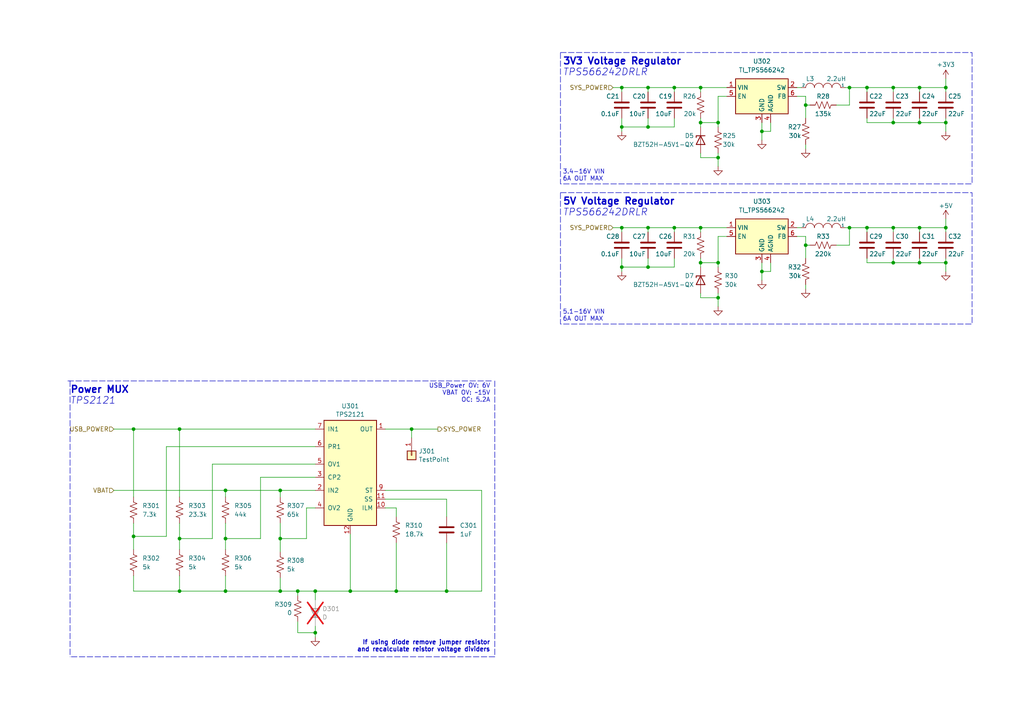
<source format=kicad_sch>
(kicad_sch (version 20230121) (generator eeschema)

  (uuid a3d4693f-0e63-4941-9445-becc1a2c32d1)

  (paper "A4")

  (title_block
    (title "MIDAS Power Circuitry MK1")
    (date "2024-01-10")
    (rev "B")
    (company "Illinois Space Society")
  )

  (lib_symbols
    (symbol "Connector_Generic:Conn_01x01" (pin_names (offset 1.016) hide) (in_bom yes) (on_board yes)
      (property "Reference" "J" (at 0 2.54 0)
        (effects (font (size 1.27 1.27)))
      )
      (property "Value" "Conn_01x01" (at 0 -2.54 0)
        (effects (font (size 1.27 1.27)))
      )
      (property "Footprint" "" (at 0 0 0)
        (effects (font (size 1.27 1.27)) hide)
      )
      (property "Datasheet" "~" (at 0 0 0)
        (effects (font (size 1.27 1.27)) hide)
      )
      (property "ki_keywords" "connector" (at 0 0 0)
        (effects (font (size 1.27 1.27)) hide)
      )
      (property "ki_description" "Generic connector, single row, 01x01, script generated (kicad-library-utils/schlib/autogen/connector/)" (at 0 0 0)
        (effects (font (size 1.27 1.27)) hide)
      )
      (property "ki_fp_filters" "Connector*:*_1x??_*" (at 0 0 0)
        (effects (font (size 1.27 1.27)) hide)
      )
      (symbol "Conn_01x01_1_1"
        (rectangle (start -1.27 0.127) (end 0 -0.127)
          (stroke (width 0.1524) (type default))
          (fill (type none))
        )
        (rectangle (start -1.27 1.27) (end 1.27 -1.27)
          (stroke (width 0.254) (type default))
          (fill (type background))
        )
        (pin passive line (at -5.08 0 0) (length 3.81)
          (name "Pin_1" (effects (font (size 1.27 1.27))))
          (number "1" (effects (font (size 1.27 1.27))))
        )
      )
    )
    (symbol "Device:C" (pin_numbers hide) (pin_names (offset 0.254)) (in_bom yes) (on_board yes)
      (property "Reference" "C" (at 0.635 2.54 0)
        (effects (font (size 1.27 1.27)) (justify left))
      )
      (property "Value" "C" (at 0.635 -2.54 0)
        (effects (font (size 1.27 1.27)) (justify left))
      )
      (property "Footprint" "" (at 0.9652 -3.81 0)
        (effects (font (size 1.27 1.27)) hide)
      )
      (property "Datasheet" "~" (at 0 0 0)
        (effects (font (size 1.27 1.27)) hide)
      )
      (property "ki_keywords" "cap capacitor" (at 0 0 0)
        (effects (font (size 1.27 1.27)) hide)
      )
      (property "ki_description" "Unpolarized capacitor" (at 0 0 0)
        (effects (font (size 1.27 1.27)) hide)
      )
      (property "ki_fp_filters" "C_*" (at 0 0 0)
        (effects (font (size 1.27 1.27)) hide)
      )
      (symbol "C_0_1"
        (polyline
          (pts
            (xy -2.032 -0.762)
            (xy 2.032 -0.762)
          )
          (stroke (width 0.508) (type default))
          (fill (type none))
        )
        (polyline
          (pts
            (xy -2.032 0.762)
            (xy 2.032 0.762)
          )
          (stroke (width 0.508) (type default))
          (fill (type none))
        )
      )
      (symbol "C_1_1"
        (pin passive line (at 0 3.81 270) (length 2.794)
          (name "~" (effects (font (size 1.27 1.27))))
          (number "1" (effects (font (size 1.27 1.27))))
        )
        (pin passive line (at 0 -3.81 90) (length 2.794)
          (name "~" (effects (font (size 1.27 1.27))))
          (number "2" (effects (font (size 1.27 1.27))))
        )
      )
    )
    (symbol "Device:D" (pin_numbers hide) (pin_names (offset 1.016) hide) (in_bom yes) (on_board yes)
      (property "Reference" "D" (at 0 2.54 0)
        (effects (font (size 1.27 1.27)))
      )
      (property "Value" "D" (at 0 -2.54 0)
        (effects (font (size 1.27 1.27)))
      )
      (property "Footprint" "" (at 0 0 0)
        (effects (font (size 1.27 1.27)) hide)
      )
      (property "Datasheet" "~" (at 0 0 0)
        (effects (font (size 1.27 1.27)) hide)
      )
      (property "Sim.Device" "D" (at 0 0 0)
        (effects (font (size 1.27 1.27)) hide)
      )
      (property "Sim.Pins" "1=K 2=A" (at 0 0 0)
        (effects (font (size 1.27 1.27)) hide)
      )
      (property "ki_keywords" "diode" (at 0 0 0)
        (effects (font (size 1.27 1.27)) hide)
      )
      (property "ki_description" "Diode" (at 0 0 0)
        (effects (font (size 1.27 1.27)) hide)
      )
      (property "ki_fp_filters" "TO-???* *_Diode_* *SingleDiode* D_*" (at 0 0 0)
        (effects (font (size 1.27 1.27)) hide)
      )
      (symbol "D_0_1"
        (polyline
          (pts
            (xy -1.27 1.27)
            (xy -1.27 -1.27)
          )
          (stroke (width 0.254) (type default))
          (fill (type none))
        )
        (polyline
          (pts
            (xy 1.27 0)
            (xy -1.27 0)
          )
          (stroke (width 0) (type default))
          (fill (type none))
        )
        (polyline
          (pts
            (xy 1.27 1.27)
            (xy 1.27 -1.27)
            (xy -1.27 0)
            (xy 1.27 1.27)
          )
          (stroke (width 0.254) (type default))
          (fill (type none))
        )
      )
      (symbol "D_1_1"
        (pin passive line (at -3.81 0 0) (length 2.54)
          (name "K" (effects (font (size 1.27 1.27))))
          (number "1" (effects (font (size 1.27 1.27))))
        )
        (pin passive line (at 3.81 0 180) (length 2.54)
          (name "A" (effects (font (size 1.27 1.27))))
          (number "2" (effects (font (size 1.27 1.27))))
        )
      )
    )
    (symbol "Device:D_Zener" (pin_numbers hide) (pin_names (offset 1.016) hide) (in_bom yes) (on_board yes)
      (property "Reference" "D" (at 0 2.54 0)
        (effects (font (size 1.27 1.27)))
      )
      (property "Value" "D_Zener" (at 0 -2.54 0)
        (effects (font (size 1.27 1.27)))
      )
      (property "Footprint" "" (at 0 0 0)
        (effects (font (size 1.27 1.27)) hide)
      )
      (property "Datasheet" "~" (at 0 0 0)
        (effects (font (size 1.27 1.27)) hide)
      )
      (property "ki_keywords" "diode" (at 0 0 0)
        (effects (font (size 1.27 1.27)) hide)
      )
      (property "ki_description" "Zener diode" (at 0 0 0)
        (effects (font (size 1.27 1.27)) hide)
      )
      (property "ki_fp_filters" "TO-???* *_Diode_* *SingleDiode* D_*" (at 0 0 0)
        (effects (font (size 1.27 1.27)) hide)
      )
      (symbol "D_Zener_0_1"
        (polyline
          (pts
            (xy 1.27 0)
            (xy -1.27 0)
          )
          (stroke (width 0) (type default))
          (fill (type none))
        )
        (polyline
          (pts
            (xy -1.27 -1.27)
            (xy -1.27 1.27)
            (xy -0.762 1.27)
          )
          (stroke (width 0.254) (type default))
          (fill (type none))
        )
        (polyline
          (pts
            (xy 1.27 -1.27)
            (xy 1.27 1.27)
            (xy -1.27 0)
            (xy 1.27 -1.27)
          )
          (stroke (width 0.254) (type default))
          (fill (type none))
        )
      )
      (symbol "D_Zener_1_1"
        (pin passive line (at -3.81 0 0) (length 2.54)
          (name "K" (effects (font (size 1.27 1.27))))
          (number "1" (effects (font (size 1.27 1.27))))
        )
        (pin passive line (at 3.81 0 180) (length 2.54)
          (name "A" (effects (font (size 1.27 1.27))))
          (number "2" (effects (font (size 1.27 1.27))))
        )
      )
    )
    (symbol "Device:R_US" (pin_numbers hide) (pin_names (offset 0)) (in_bom yes) (on_board yes)
      (property "Reference" "R" (at 2.54 0 90)
        (effects (font (size 1.27 1.27)))
      )
      (property "Value" "R_US" (at -2.54 0 90)
        (effects (font (size 1.27 1.27)))
      )
      (property "Footprint" "" (at 1.016 -0.254 90)
        (effects (font (size 1.27 1.27)) hide)
      )
      (property "Datasheet" "~" (at 0 0 0)
        (effects (font (size 1.27 1.27)) hide)
      )
      (property "ki_keywords" "R res resistor" (at 0 0 0)
        (effects (font (size 1.27 1.27)) hide)
      )
      (property "ki_description" "Resistor, US symbol" (at 0 0 0)
        (effects (font (size 1.27 1.27)) hide)
      )
      (property "ki_fp_filters" "R_*" (at 0 0 0)
        (effects (font (size 1.27 1.27)) hide)
      )
      (symbol "R_US_0_1"
        (polyline
          (pts
            (xy 0 -2.286)
            (xy 0 -2.54)
          )
          (stroke (width 0) (type default))
          (fill (type none))
        )
        (polyline
          (pts
            (xy 0 2.286)
            (xy 0 2.54)
          )
          (stroke (width 0) (type default))
          (fill (type none))
        )
        (polyline
          (pts
            (xy 0 -0.762)
            (xy 1.016 -1.143)
            (xy 0 -1.524)
            (xy -1.016 -1.905)
            (xy 0 -2.286)
          )
          (stroke (width 0) (type default))
          (fill (type none))
        )
        (polyline
          (pts
            (xy 0 0.762)
            (xy 1.016 0.381)
            (xy 0 0)
            (xy -1.016 -0.381)
            (xy 0 -0.762)
          )
          (stroke (width 0) (type default))
          (fill (type none))
        )
        (polyline
          (pts
            (xy 0 2.286)
            (xy 1.016 1.905)
            (xy 0 1.524)
            (xy -1.016 1.143)
            (xy 0 0.762)
          )
          (stroke (width 0) (type default))
          (fill (type none))
        )
      )
      (symbol "R_US_1_1"
        (pin passive line (at 0 3.81 270) (length 1.27)
          (name "~" (effects (font (size 1.27 1.27))))
          (number "1" (effects (font (size 1.27 1.27))))
        )
        (pin passive line (at 0 -3.81 90) (length 1.27)
          (name "~" (effects (font (size 1.27 1.27))))
          (number "2" (effects (font (size 1.27 1.27))))
        )
      )
    )
    (symbol "GND_1" (power) (pin_names (offset 0)) (in_bom yes) (on_board yes)
      (property "Reference" "#PWR" (at 0 -6.35 0)
        (effects (font (size 1.27 1.27)) hide)
      )
      (property "Value" "GND_1" (at 0 -3.81 0)
        (effects (font (size 1.27 1.27)))
      )
      (property "Footprint" "" (at 0 0 0)
        (effects (font (size 1.27 1.27)) hide)
      )
      (property "Datasheet" "" (at 0 0 0)
        (effects (font (size 1.27 1.27)) hide)
      )
      (property "ki_keywords" "global power" (at 0 0 0)
        (effects (font (size 1.27 1.27)) hide)
      )
      (property "ki_description" "Power symbol creates a global label with name \"GND\" , ground" (at 0 0 0)
        (effects (font (size 1.27 1.27)) hide)
      )
      (symbol "GND_1_0_1"
        (polyline
          (pts
            (xy 0 0)
            (xy 0 -1.27)
            (xy 1.27 -1.27)
            (xy 0 -2.54)
            (xy -1.27 -1.27)
            (xy 0 -1.27)
          )
          (stroke (width 0) (type default))
          (fill (type none))
        )
      )
      (symbol "GND_1_1_1"
        (pin power_in line (at 0 0 270) (length 0) hide
          (name "GND" (effects (font (size 1.27 1.27))))
          (number "1" (effects (font (size 1.27 1.27))))
        )
      )
    )
    (symbol "Power_MUX:TPS2121" (pin_names (offset 1.016)) (in_bom yes) (on_board yes)
      (property "Reference" "U301" (at 0 19.3843 0)
        (effects (font (size 1.27 1.27)))
      )
      (property "Value" "TPS2121" (at 0 16.9601 0)
        (effects (font (size 1.27 1.27)))
      )
      (property "Footprint" "Package_VQFN:VQFN-HR-RUX0012A" (at 0 0 0)
        (effects (font (size 1.27 1.27)) (justify bottom) hide)
      )
      (property "Datasheet" "https://www.ti.com/product/TPS2121" (at 0 0 0)
        (effects (font (size 1.27 1.27)) hide)
      )
      (property "ki_keywords" "2.7V to 22V 56mΩ 4.5A power mux with seamless switchover 2 inputs" (at 0 0 0)
        (effects (font (size 1.27 1.27)) hide)
      )
      (property "ki_description" "2.7V to 22V, 56-mΩ, 4.5A, power mux with seamless switchover, 2 inputs" (at 0 0 0)
        (effects (font (size 1.27 1.27)) hide)
      )
      (symbol "TPS2121_0_0"
        (rectangle (start -7.62 15.24) (end 7.62 -15.24)
          (stroke (width 0.254) (type default))
          (fill (type background))
        )
        (pin output line (at 10.16 -10.16 180) (length 2.54)
          (name "ILM" (effects (font (size 1.27 1.27))))
          (number "10" (effects (font (size 1.27 1.27))))
        )
        (pin output line (at 10.16 -7.62 180) (length 2.54)
          (name "SS" (effects (font (size 1.27 1.27))))
          (number "11" (effects (font (size 1.27 1.27))))
        )
        (pin power_in line (at 0 -17.78 90) (length 2.54)
          (name "GND" (effects (font (size 1.27 1.27))))
          (number "12" (effects (font (size 1.27 1.27))))
        )
        (pin power_in line (at -10.16 -5.08 0) (length 2.54)
          (name "IN2" (effects (font (size 1.27 1.27))))
          (number "2" (effects (font (size 1.27 1.27))))
        )
        (pin input line (at -10.16 -1.27 0) (length 2.54)
          (name "CP2" (effects (font (size 1.27 1.27))))
          (number "3" (effects (font (size 1.27 1.27))))
        )
        (pin input line (at -10.16 -10.16 0) (length 2.54)
          (name "OV2" (effects (font (size 1.27 1.27))))
          (number "4" (effects (font (size 1.27 1.27))))
        )
        (pin input line (at -10.16 2.54 0) (length 2.54)
          (name "OV1" (effects (font (size 1.27 1.27))))
          (number "5" (effects (font (size 1.27 1.27))))
        )
        (pin input line (at -10.16 7.62 0) (length 2.54)
          (name "PR1" (effects (font (size 1.27 1.27))))
          (number "6" (effects (font (size 1.27 1.27))))
        )
        (pin power_in line (at -10.16 12.7 0) (length 2.54)
          (name "IN1" (effects (font (size 1.27 1.27))))
          (number "7" (effects (font (size 1.27 1.27))))
        )
        (pin output line (at 10.16 -5.08 180) (length 2.54)
          (name "ST" (effects (font (size 1.27 1.27))))
          (number "9" (effects (font (size 1.27 1.27))))
        )
      )
      (symbol "TPS2121_1_0"
        (pin power_out line (at 10.16 12.7 180) (length 2.54)
          (name "OUT" (effects (font (size 1.27 1.27))))
          (number "1" (effects (font (size 1.27 1.27))))
        )
        (pin power_out line (at 10.16 12.7 180) (length 2.54) hide
          (name "OUT" (effects (font (size 1.27 1.27))))
          (number "8" (effects (font (size 1.27 1.27))))
        )
      )
    )
    (symbol "Regulator_Texas:TI_TPS566242" (in_bom yes) (on_board yes)
      (property "Reference" "U" (at 0 10.16 0)
        (effects (font (size 1.27 1.27)))
      )
      (property "Value" "TI_TPS566242" (at 0 7.62 0)
        (effects (font (size 1.27 1.27)))
      )
      (property "Footprint" "Package_TO_SOT_SMD:SOT-563" (at 0 -12.7 0)
        (effects (font (size 1.27 1.27)) hide)
      )
      (property "Datasheet" "https://www.ti.com/lit/ds/symlink/tps566242.pdf" (at 0 -10.16 0)
        (effects (font (size 1.27 1.27)) hide)
      )
      (property "ki_keywords" "Regulator Buck Converter Texas Instruments TI 3-16V 0.6-7V" (at 0 0 0)
        (effects (font (size 1.27 1.27)) hide)
      )
      (property "ki_description" "6A Synchronous Buck Converter, 3-16V Input, 0.6-7-V Output" (at 0 0 0)
        (effects (font (size 1.27 1.27)) hide)
      )
      (symbol "TI_TPS566242_0_0"
        (pin input line (at -10.16 2.54 0) (length 2.54)
          (name "VIN" (effects (font (size 1.27 1.27))))
          (number "1" (effects (font (size 1.27 1.27))))
        )
        (pin power_in line (at 0 -7.62 90) (length 2.54)
          (name "GND" (effects (font (size 1.27 1.27))))
          (number "3" (effects (font (size 1.27 1.27))))
        )
        (pin power_in line (at 2.54 -7.62 90) (length 2.54)
          (name "AGND" (effects (font (size 1.27 1.27))))
          (number "4" (effects (font (size 1.27 1.27))))
        )
      )
      (symbol "TI_TPS566242_1_0"
        (pin input line (at 10.16 2.54 180) (length 2.54)
          (name "SW" (effects (font (size 1.27 1.27))))
          (number "2" (effects (font (size 1.27 1.27))))
        )
        (pin output line (at -10.16 0 0) (length 2.54)
          (name "EN" (effects (font (size 1.27 1.27))))
          (number "5" (effects (font (size 1.27 1.27))))
        )
        (pin input line (at 10.16 0 180) (length 2.54)
          (name "FB" (effects (font (size 1.27 1.27))))
          (number "6" (effects (font (size 1.27 1.27))))
        )
      )
      (symbol "TI_TPS566242_1_1"
        (rectangle (start -7.62 5.08) (end 7.62 -5.08)
          (stroke (width 0.254) (type default))
          (fill (type background))
        )
      )
    )
    (symbol "power:+3V3" (power) (pin_names (offset 0)) (in_bom yes) (on_board yes)
      (property "Reference" "#PWR" (at 0 -3.81 0)
        (effects (font (size 1.27 1.27)) hide)
      )
      (property "Value" "+3V3" (at 0 3.556 0)
        (effects (font (size 1.27 1.27)))
      )
      (property "Footprint" "" (at 0 0 0)
        (effects (font (size 1.27 1.27)) hide)
      )
      (property "Datasheet" "" (at 0 0 0)
        (effects (font (size 1.27 1.27)) hide)
      )
      (property "ki_keywords" "global power" (at 0 0 0)
        (effects (font (size 1.27 1.27)) hide)
      )
      (property "ki_description" "Power symbol creates a global label with name \"+3V3\"" (at 0 0 0)
        (effects (font (size 1.27 1.27)) hide)
      )
      (symbol "+3V3_0_1"
        (polyline
          (pts
            (xy -0.762 1.27)
            (xy 0 2.54)
          )
          (stroke (width 0) (type default))
          (fill (type none))
        )
        (polyline
          (pts
            (xy 0 0)
            (xy 0 2.54)
          )
          (stroke (width 0) (type default))
          (fill (type none))
        )
        (polyline
          (pts
            (xy 0 2.54)
            (xy 0.762 1.27)
          )
          (stroke (width 0) (type default))
          (fill (type none))
        )
      )
      (symbol "+3V3_1_1"
        (pin power_in line (at 0 0 90) (length 0) hide
          (name "+3V3" (effects (font (size 1.27 1.27))))
          (number "1" (effects (font (size 1.27 1.27))))
        )
      )
    )
    (symbol "power:+5V" (power) (pin_names (offset 0)) (in_bom yes) (on_board yes)
      (property "Reference" "#PWR" (at 0 -3.81 0)
        (effects (font (size 1.27 1.27)) hide)
      )
      (property "Value" "+5V" (at 0 3.556 0)
        (effects (font (size 1.27 1.27)))
      )
      (property "Footprint" "" (at 0 0 0)
        (effects (font (size 1.27 1.27)) hide)
      )
      (property "Datasheet" "" (at 0 0 0)
        (effects (font (size 1.27 1.27)) hide)
      )
      (property "ki_keywords" "global power" (at 0 0 0)
        (effects (font (size 1.27 1.27)) hide)
      )
      (property "ki_description" "Power symbol creates a global label with name \"+5V\"" (at 0 0 0)
        (effects (font (size 1.27 1.27)) hide)
      )
      (symbol "+5V_0_1"
        (polyline
          (pts
            (xy -0.762 1.27)
            (xy 0 2.54)
          )
          (stroke (width 0) (type default))
          (fill (type none))
        )
        (polyline
          (pts
            (xy 0 0)
            (xy 0 2.54)
          )
          (stroke (width 0) (type default))
          (fill (type none))
        )
        (polyline
          (pts
            (xy 0 2.54)
            (xy 0.762 1.27)
          )
          (stroke (width 0) (type default))
          (fill (type none))
        )
      )
      (symbol "+5V_1_1"
        (pin power_in line (at 0 0 90) (length 0) hide
          (name "+5V" (effects (font (size 1.27 1.27))))
          (number "1" (effects (font (size 1.27 1.27))))
        )
      )
    )
    (symbol "power:GND" (power) (pin_names (offset 0)) (in_bom yes) (on_board yes)
      (property "Reference" "#PWR" (at 0 -6.35 0)
        (effects (font (size 1.27 1.27)) hide)
      )
      (property "Value" "GND" (at 0 -3.81 0)
        (effects (font (size 1.27 1.27)))
      )
      (property "Footprint" "" (at 0 0 0)
        (effects (font (size 1.27 1.27)) hide)
      )
      (property "Datasheet" "" (at 0 0 0)
        (effects (font (size 1.27 1.27)) hide)
      )
      (property "ki_keywords" "power-flag" (at 0 0 0)
        (effects (font (size 1.27 1.27)) hide)
      )
      (property "ki_description" "Power symbol creates a global label with name \"GND\" , ground" (at 0 0 0)
        (effects (font (size 1.27 1.27)) hide)
      )
      (symbol "GND_0_1"
        (polyline
          (pts
            (xy 0 0)
            (xy 0 -1.27)
            (xy 1.27 -1.27)
            (xy 0 -2.54)
            (xy -1.27 -1.27)
            (xy 0 -1.27)
          )
          (stroke (width 0) (type default))
          (fill (type none))
        )
      )
      (symbol "GND_1_1"
        (pin power_in line (at 0 0 270) (length 0) hide
          (name "GND" (effects (font (size 1.27 1.27))))
          (number "1" (effects (font (size 1.27 1.27))))
        )
      )
    )
    (symbol "pspice:INDUCTOR" (pin_numbers hide) (pin_names (offset 0)) (in_bom yes) (on_board yes)
      (property "Reference" "L" (at 0 2.54 0)
        (effects (font (size 1.27 1.27)))
      )
      (property "Value" "INDUCTOR" (at 0 -1.27 0)
        (effects (font (size 1.27 1.27)))
      )
      (property "Footprint" "" (at 0 0 0)
        (effects (font (size 1.27 1.27)) hide)
      )
      (property "Datasheet" "~" (at 0 0 0)
        (effects (font (size 1.27 1.27)) hide)
      )
      (property "ki_keywords" "simulation" (at 0 0 0)
        (effects (font (size 1.27 1.27)) hide)
      )
      (property "ki_description" "Inductor symbol for simulation only" (at 0 0 0)
        (effects (font (size 1.27 1.27)) hide)
      )
      (symbol "INDUCTOR_0_1"
        (arc (start -2.54 0) (mid -3.81 1.2645) (end -5.08 0)
          (stroke (width 0) (type default))
          (fill (type none))
        )
        (arc (start 0 0) (mid -1.27 1.2645) (end -2.54 0)
          (stroke (width 0) (type default))
          (fill (type none))
        )
        (arc (start 2.54 0) (mid 1.27 1.2645) (end 0 0)
          (stroke (width 0) (type default))
          (fill (type none))
        )
        (arc (start 5.08 0) (mid 3.81 1.2645) (end 2.54 0)
          (stroke (width 0) (type default))
          (fill (type none))
        )
      )
      (symbol "INDUCTOR_1_1"
        (pin input line (at -6.35 0 0) (length 1.27)
          (name "1" (effects (font (size 0.762 0.762))))
          (number "1" (effects (font (size 0.762 0.762))))
        )
        (pin input line (at 6.35 0 180) (length 1.27)
          (name "2" (effects (font (size 0.762 0.762))))
          (number "2" (effects (font (size 0.762 0.762))))
        )
      )
    )
  )

  (junction (at 81.28 142.24) (diameter 0) (color 0 0 0 0)
    (uuid 04ca0a77-b73f-40bd-8ec3-f76415c67001)
  )
  (junction (at 114.935 171.45) (diameter 0) (color 0 0 0 0)
    (uuid 06df0253-e5da-4c3a-a2bd-6e1d986790e1)
  )
  (junction (at 274.32 25.4) (diameter 0) (color 0 0 0 0)
    (uuid 09bdafd7-14d8-4768-9190-b041205ae442)
  )
  (junction (at 266.7 35.56) (diameter 0) (color 0 0 0 0)
    (uuid 0db874d3-782b-414b-962f-17b7db5caf45)
  )
  (junction (at 81.28 171.45) (diameter 0) (color 0 0 0 0)
    (uuid 1db8b8c5-6c04-4e50-b194-be17dc46fb03)
  )
  (junction (at 187.96 25.4) (diameter 0) (color 0 0 0 0)
    (uuid 20af3b9e-414c-4940-8495-d55ea8fe689f)
  )
  (junction (at 52.07 171.45) (diameter 0) (color 0 0 0 0)
    (uuid 210a263b-dd6c-4f2b-835c-7b9235095e01)
  )
  (junction (at 52.07 156.21) (diameter 0) (color 0 0 0 0)
    (uuid 227344c5-3a1a-4a1f-bb01-1739ce555fa5)
  )
  (junction (at 38.735 124.46) (diameter 0) (color 0 0 0 0)
    (uuid 253ea336-76a8-4f7e-a7c8-3e2ea215e8d8)
  )
  (junction (at 101.6 171.45) (diameter 0) (color 0 0 0 0)
    (uuid 25f4fa70-a19c-4c63-ac79-d12605a35a42)
  )
  (junction (at 203.2 76.2) (diameter 0) (color 0 0 0 0)
    (uuid 2b9f35ef-e576-411a-94da-a3a141d84205)
  )
  (junction (at 259.08 66.04) (diameter 0) (color 0 0 0 0)
    (uuid 3d4f5b2a-64b9-431e-9dd7-05b2e687846d)
  )
  (junction (at 220.98 78.74) (diameter 0) (color 0 0 0 0)
    (uuid 3d535de8-6b54-492d-b06f-9995eaffcb8e)
  )
  (junction (at 81.28 156.21) (diameter 0) (color 0 0 0 0)
    (uuid 3f00a802-afe9-40e8-acca-b372420364f2)
  )
  (junction (at 266.7 25.4) (diameter 0) (color 0 0 0 0)
    (uuid 455f3903-7698-4a03-ab02-09ec9290f35f)
  )
  (junction (at 195.58 66.04) (diameter 0) (color 0 0 0 0)
    (uuid 45a71201-b1ac-4eda-b79e-bb25a032d711)
  )
  (junction (at 259.08 25.4) (diameter 0) (color 0 0 0 0)
    (uuid 47df06e7-89da-432c-8ee7-ae88651113fc)
  )
  (junction (at 246.38 66.04) (diameter 0) (color 0 0 0 0)
    (uuid 49d6bbd0-a7bf-440b-9248-4d67e4a6c359)
  )
  (junction (at 180.34 36.83) (diameter 0) (color 0 0 0 0)
    (uuid 56c89aea-dc7f-4a8b-9592-056240e4168f)
  )
  (junction (at 233.68 30.48) (diameter 0) (color 0 0 0 0)
    (uuid 6ca467c5-3ff4-4471-8c3c-715f9b4cb714)
  )
  (junction (at 274.32 76.2) (diameter 0) (color 0 0 0 0)
    (uuid 6dd4a951-fa4b-406e-a62c-e9b363535bbe)
  )
  (junction (at 266.7 66.04) (diameter 0) (color 0 0 0 0)
    (uuid 7112f9f0-765e-4525-b0b3-2e5f7d61c402)
  )
  (junction (at 91.44 171.45) (diameter 0) (color 0 0 0 0)
    (uuid 75536414-40a0-455d-884d-9b158c58f691)
  )
  (junction (at 203.2 25.4) (diameter 0) (color 0 0 0 0)
    (uuid 75b67c28-46f6-493c-8c32-0c5379673126)
  )
  (junction (at 91.44 183.515) (diameter 0) (color 0 0 0 0)
    (uuid 7e6a746b-0395-4248-a472-864315e02579)
  )
  (junction (at 180.34 77.47) (diameter 0) (color 0 0 0 0)
    (uuid 97d4ef2b-e524-4b2a-ab0e-f4d4357f9c9c)
  )
  (junction (at 65.405 142.24) (diameter 0) (color 0 0 0 0)
    (uuid 9c2b2683-ea71-4ded-aefc-7be6c665a808)
  )
  (junction (at 274.32 35.56) (diameter 0) (color 0 0 0 0)
    (uuid a07f08ac-4ff9-4097-829f-33ddc7ea94ee)
  )
  (junction (at 208.28 35.56) (diameter 0) (color 0 0 0 0)
    (uuid a2caeef7-6adf-4cab-8e31-78196776492b)
  )
  (junction (at 65.405 156.21) (diameter 0) (color 0 0 0 0)
    (uuid aa023ad7-9751-47d4-8267-52922694a653)
  )
  (junction (at 251.46 25.4) (diameter 0) (color 0 0 0 0)
    (uuid aabdb80b-9e95-4603-85d9-b2f0c85bd118)
  )
  (junction (at 195.58 25.4) (diameter 0) (color 0 0 0 0)
    (uuid aeedf9bb-f099-4c66-bcbf-9f382f0da698)
  )
  (junction (at 208.28 45.72) (diameter 0) (color 0 0 0 0)
    (uuid afa02665-0da9-45d5-a914-5379c7e933c1)
  )
  (junction (at 187.96 77.47) (diameter 0) (color 0 0 0 0)
    (uuid b1aec8f4-d439-4f28-8b2a-4a94ee536692)
  )
  (junction (at 208.28 76.2) (diameter 0) (color 0 0 0 0)
    (uuid b630256b-72bc-4651-8abf-e3d46fec97d1)
  )
  (junction (at 259.08 76.2) (diameter 0) (color 0 0 0 0)
    (uuid b654ecd5-93f5-453d-8f69-6a5569102e02)
  )
  (junction (at 52.07 124.46) (diameter 0) (color 0 0 0 0)
    (uuid b93f0ed9-b217-4c19-877f-319642e2c92e)
  )
  (junction (at 38.735 155.575) (diameter 0) (color 0 0 0 0)
    (uuid b97c3f1a-f2fe-4de3-9e05-121a78ddff44)
  )
  (junction (at 86.36 171.45) (diameter 0) (color 0 0 0 0)
    (uuid c0e22ffe-0780-4714-b841-69b610fc3e08)
  )
  (junction (at 220.98 38.1) (diameter 0) (color 0 0 0 0)
    (uuid c4653a06-00ed-4c43-8967-2ab6ff0c2fac)
  )
  (junction (at 246.38 25.4) (diameter 0) (color 0 0 0 0)
    (uuid ca471344-2a5f-48ee-a5d4-b88b5abe4a4c)
  )
  (junction (at 187.96 66.04) (diameter 0) (color 0 0 0 0)
    (uuid cf8521b6-3d78-4e8c-9b70-e56f61616502)
  )
  (junction (at 274.32 66.04) (diameter 0) (color 0 0 0 0)
    (uuid d6a4358d-6759-46b2-a23e-7edae3abb5e8)
  )
  (junction (at 180.34 25.4) (diameter 0) (color 0 0 0 0)
    (uuid dd78c6b3-de0b-4164-95b3-a98e3f6334b5)
  )
  (junction (at 266.7 76.2) (diameter 0) (color 0 0 0 0)
    (uuid e1309b72-c355-47bc-bf55-acec7ed22ca1)
  )
  (junction (at 129.54 171.45) (diameter 0) (color 0 0 0 0)
    (uuid e3261061-e4fe-423f-83a3-2b31210b21d5)
  )
  (junction (at 180.34 66.04) (diameter 0) (color 0 0 0 0)
    (uuid e33be76c-590e-4633-8260-b695891b7313)
  )
  (junction (at 203.2 35.56) (diameter 0) (color 0 0 0 0)
    (uuid e56444e3-1654-4007-a40c-5b276e067442)
  )
  (junction (at 233.68 71.12) (diameter 0) (color 0 0 0 0)
    (uuid e5b0c0df-cc6f-4305-a80e-879b54942bb8)
  )
  (junction (at 203.2 66.04) (diameter 0) (color 0 0 0 0)
    (uuid eabd5527-017b-4b2b-9b07-0ac9d4546a66)
  )
  (junction (at 187.96 36.83) (diameter 0) (color 0 0 0 0)
    (uuid edab02c0-d5ca-467b-9a0d-196f327aa751)
  )
  (junction (at 65.405 171.45) (diameter 0) (color 0 0 0 0)
    (uuid fd745ccd-37da-4732-b06b-4ffaea0ab10b)
  )
  (junction (at 251.46 66.04) (diameter 0) (color 0 0 0 0)
    (uuid fdbbb5b1-56aa-42b0-8b65-46aee601e2a5)
  )
  (junction (at 208.28 86.36) (diameter 0) (color 0 0 0 0)
    (uuid fdd03113-a5f5-43e5-8a96-a3b3a91e407f)
  )
  (junction (at 259.08 35.56) (diameter 0) (color 0 0 0 0)
    (uuid ff0d4fc5-02f6-4f37-9e19-3c3e1e752250)
  )
  (junction (at 119.38 124.46) (diameter 0) (color 0 0 0 0)
    (uuid fff4efed-4597-4632-95c8-55ff6e97a131)
  )

  (wire (pts (xy 242.57 30.48) (xy 246.38 30.48))
    (stroke (width 0) (type default))
    (uuid 013ed406-3a26-4022-9229-d71127759555)
  )
  (wire (pts (xy 220.98 81.28) (xy 220.98 78.74))
    (stroke (width 0) (type default))
    (uuid 076cfc32-ec3e-4ee2-9d48-80aeb7b33ef7)
  )
  (wire (pts (xy 274.32 38.1) (xy 274.32 35.56))
    (stroke (width 0) (type default))
    (uuid 08a16e87-1127-47d2-be63-92fe697a4355)
  )
  (wire (pts (xy 208.28 76.2) (xy 208.28 77.47))
    (stroke (width 0) (type default))
    (uuid 0eb53869-b6e2-4ab8-8561-15e5e6d8a1a7)
  )
  (wire (pts (xy 251.46 67.31) (xy 251.46 66.04))
    (stroke (width 0) (type default))
    (uuid 0f2106ad-d345-4572-9502-15625b0153fc)
  )
  (wire (pts (xy 203.2 25.4) (xy 203.2 26.67))
    (stroke (width 0) (type default))
    (uuid 1083b3a5-7bae-494e-9c07-135d156176df)
  )
  (wire (pts (xy 208.28 68.58) (xy 208.28 76.2))
    (stroke (width 0) (type default))
    (uuid 11db5011-577d-4a1a-9bec-aae8c3bdccb1)
  )
  (wire (pts (xy 65.405 156.21) (xy 65.405 159.385))
    (stroke (width 0) (type default))
    (uuid 120a05a5-af8d-4a08-a3ca-683a4727ac0b)
  )
  (wire (pts (xy 274.32 35.56) (xy 266.7 35.56))
    (stroke (width 0) (type default))
    (uuid 15442a71-2b76-4046-8f7a-ea2a9ff9ce73)
  )
  (wire (pts (xy 119.38 124.46) (xy 119.38 127))
    (stroke (width 0) (type default))
    (uuid 17d1e3ae-c293-490f-8049-0a4cff4647af)
  )
  (wire (pts (xy 75.565 156.21) (xy 65.405 156.21))
    (stroke (width 0) (type default))
    (uuid 18bec0ce-ac54-4179-bc8c-df8e2eafa9f4)
  )
  (wire (pts (xy 33.02 124.46) (xy 38.735 124.46))
    (stroke (width 0) (type default))
    (uuid 19dfb8a8-34d6-47e7-9cd3-f890329b8f58)
  )
  (wire (pts (xy 81.28 156.21) (xy 88.9 156.21))
    (stroke (width 0) (type default))
    (uuid 1b495c07-55d2-4212-bd94-d7c04f721c6c)
  )
  (wire (pts (xy 114.935 147.32) (xy 114.935 149.86))
    (stroke (width 0) (type default))
    (uuid 20b6289a-3b9e-4ba1-9a84-0a9b68092bea)
  )
  (wire (pts (xy 65.405 167.005) (xy 65.405 171.45))
    (stroke (width 0) (type default))
    (uuid 21118684-7510-442d-a535-cea515ef32bb)
  )
  (wire (pts (xy 114.935 157.48) (xy 114.935 171.45))
    (stroke (width 0) (type default))
    (uuid 22b02c78-a34f-4e0f-b6c3-68a52942bfef)
  )
  (wire (pts (xy 266.7 66.04) (xy 259.08 66.04))
    (stroke (width 0) (type default))
    (uuid 24947d25-4a8c-4dd6-adc2-7cfee7aefc5c)
  )
  (wire (pts (xy 233.68 82.55) (xy 233.68 83.82))
    (stroke (width 0) (type default))
    (uuid 274d5351-e3d6-48a0-b7dc-828001694719)
  )
  (wire (pts (xy 231.14 27.94) (xy 233.68 27.94))
    (stroke (width 0) (type default))
    (uuid 282c811b-8368-4bc2-aa24-7dd6215e4337)
  )
  (wire (pts (xy 38.735 167.005) (xy 38.735 171.45))
    (stroke (width 0) (type default))
    (uuid 2bb855b7-c485-4de4-9bc1-68f6b388b3e8)
  )
  (wire (pts (xy 65.405 142.24) (xy 81.28 142.24))
    (stroke (width 0) (type default))
    (uuid 2bc0e6ae-3ef7-426d-8e45-ec4bb600e3f2)
  )
  (wire (pts (xy 195.58 34.29) (xy 195.58 36.83))
    (stroke (width 0) (type default))
    (uuid 2c2feb3c-2425-437f-bcc7-51cbdc701076)
  )
  (wire (pts (xy 180.34 26.67) (xy 180.34 25.4))
    (stroke (width 0) (type default))
    (uuid 2d9b6e40-f27d-475a-996d-f67aadcc5e84)
  )
  (wire (pts (xy 86.36 180.34) (xy 86.36 183.515))
    (stroke (width 0) (type default))
    (uuid 2dae55fd-4170-490e-8df7-3d847781b8a5)
  )
  (wire (pts (xy 91.44 183.515) (xy 91.44 184.785))
    (stroke (width 0) (type default))
    (uuid 2e13f54c-ea01-48a6-86b7-d58367de64d7)
  )
  (wire (pts (xy 88.9 147.32) (xy 88.9 156.21))
    (stroke (width 0) (type default))
    (uuid 2f4e2fee-09af-4e0d-b51b-ed869627c610)
  )
  (wire (pts (xy 266.7 76.2) (xy 259.08 76.2))
    (stroke (width 0) (type default))
    (uuid 33befa16-9fff-459e-88e6-9789baef7da0)
  )
  (wire (pts (xy 208.28 45.72) (xy 208.28 44.45))
    (stroke (width 0) (type default))
    (uuid 3419bcba-6fbf-43a3-8e2d-6686ea05ac42)
  )
  (polyline (pts (xy 20.32 110.49) (xy 20.32 190.5))
    (stroke (width 0) (type dash))
    (uuid 3c281580-c1e0-440c-8d63-b469a335982e)
  )

  (wire (pts (xy 203.2 25.4) (xy 210.82 25.4))
    (stroke (width 0) (type default))
    (uuid 3cfbae40-eb59-482e-9dd3-68cdc519ba3f)
  )
  (wire (pts (xy 223.52 76.2) (xy 223.52 78.74))
    (stroke (width 0) (type default))
    (uuid 3d214faf-6d55-453c-9a32-3b9083b05ac0)
  )
  (wire (pts (xy 220.98 40.64) (xy 220.98 38.1))
    (stroke (width 0) (type default))
    (uuid 3e5d98a8-336c-43b7-8be8-63c3b30167bd)
  )
  (wire (pts (xy 38.735 171.45) (xy 52.07 171.45))
    (stroke (width 0) (type default))
    (uuid 3e6eeaa8-6aac-43e0-934d-1fbcfde74765)
  )
  (wire (pts (xy 208.28 76.2) (xy 203.2 76.2))
    (stroke (width 0) (type default))
    (uuid 3ef945c7-dd56-492a-9b40-b425a2f4057b)
  )
  (polyline (pts (xy 143.51 110.49) (xy 143.51 190.5))
    (stroke (width 0) (type dash))
    (uuid 3f077889-d024-49e7-ab84-7b28284a2ed9)
  )

  (wire (pts (xy 111.76 142.24) (xy 139.7 142.24))
    (stroke (width 0) (type default))
    (uuid 4246fe3c-8253-4b22-b79e-19937b4f3ba3)
  )
  (wire (pts (xy 251.46 25.4) (xy 259.08 25.4))
    (stroke (width 0) (type default))
    (uuid 433452f5-417d-4950-94f5-3674154c7d19)
  )
  (wire (pts (xy 208.28 35.56) (xy 208.28 36.83))
    (stroke (width 0) (type default))
    (uuid 485a9847-8e1a-4eaa-bad6-85c1a10e9974)
  )
  (wire (pts (xy 203.2 86.36) (xy 208.28 86.36))
    (stroke (width 0) (type default))
    (uuid 49eedbaf-ab26-44b9-a3cc-15a49bfde191)
  )
  (polyline (pts (xy 143.51 190.5) (xy 20.32 190.5))
    (stroke (width 0) (type dash))
    (uuid 49f8af60-4f18-47a0-a2ab-7c82391f94d2)
  )

  (wire (pts (xy 180.34 36.83) (xy 180.34 38.1))
    (stroke (width 0) (type default))
    (uuid 4a2b650b-5ac3-4e1d-bfbd-cfe6ed0a848c)
  )
  (wire (pts (xy 81.28 151.765) (xy 81.28 156.21))
    (stroke (width 0) (type default))
    (uuid 4b23e9bf-9d67-4351-874f-f7ee41ffcdd0)
  )
  (wire (pts (xy 266.7 35.56) (xy 259.08 35.56))
    (stroke (width 0) (type default))
    (uuid 4c287f1d-9d61-4fcb-817f-9181642a8aeb)
  )
  (wire (pts (xy 61.595 134.62) (xy 91.44 134.62))
    (stroke (width 0) (type default))
    (uuid 4d2f2d0b-9aae-4305-b4aa-e3f76ef15691)
  )
  (wire (pts (xy 233.68 43.18) (xy 233.68 41.91))
    (stroke (width 0) (type default))
    (uuid 4ef71f5e-278f-455c-b481-a56af4bcc8cc)
  )
  (wire (pts (xy 259.08 25.4) (xy 259.08 26.67))
    (stroke (width 0) (type default))
    (uuid 504fcd99-26e5-4816-9db1-443cfc8e7a4a)
  )
  (wire (pts (xy 187.96 36.83) (xy 195.58 36.83))
    (stroke (width 0) (type default))
    (uuid 521747c7-cd52-474f-a396-78f134c78204)
  )
  (wire (pts (xy 266.7 74.93) (xy 266.7 76.2))
    (stroke (width 0) (type default))
    (uuid 53c280cf-ad0f-410e-863b-4fc682ffa9d2)
  )
  (wire (pts (xy 91.44 171.45) (xy 101.6 171.45))
    (stroke (width 0) (type default))
    (uuid 53c76023-3748-4713-a267-1a0e166b318d)
  )
  (wire (pts (xy 48.26 155.575) (xy 38.735 155.575))
    (stroke (width 0) (type default))
    (uuid 53d3dc42-5c18-4c13-b1a7-146a03d81749)
  )
  (wire (pts (xy 274.32 35.56) (xy 274.32 34.29))
    (stroke (width 0) (type default))
    (uuid 55545d76-a713-4488-b1aa-b426c18e0b7f)
  )
  (wire (pts (xy 81.28 156.21) (xy 81.28 160.02))
    (stroke (width 0) (type default))
    (uuid 55641089-67fc-4345-8b7b-05162a71a7ba)
  )
  (wire (pts (xy 177.8 66.04) (xy 180.34 66.04))
    (stroke (width 0) (type default))
    (uuid 56de6e6a-c75d-4755-af23-0ea486fd59fa)
  )
  (wire (pts (xy 208.28 27.94) (xy 208.28 35.56))
    (stroke (width 0) (type default))
    (uuid 56fcce69-a588-4772-80ef-0f60d06ba969)
  )
  (wire (pts (xy 52.07 171.45) (xy 65.405 171.45))
    (stroke (width 0) (type default))
    (uuid 59849180-2fc9-4294-a4d9-260b0e643d52)
  )
  (wire (pts (xy 187.96 25.4) (xy 195.58 25.4))
    (stroke (width 0) (type default))
    (uuid 5d14cb61-8ce0-4afe-a736-418be600ff8a)
  )
  (wire (pts (xy 274.32 76.2) (xy 266.7 76.2))
    (stroke (width 0) (type default))
    (uuid 5e1beca0-ea69-40ac-89dc-3302680a28c3)
  )
  (wire (pts (xy 129.54 157.48) (xy 129.54 171.45))
    (stroke (width 0) (type default))
    (uuid 60226ce8-a4bc-4f2a-81b9-b20de32ce203)
  )
  (wire (pts (xy 180.34 74.93) (xy 180.34 77.47))
    (stroke (width 0) (type default))
    (uuid 6194e5eb-c9c1-4ba9-919f-c52179e36a07)
  )
  (wire (pts (xy 65.405 171.45) (xy 81.28 171.45))
    (stroke (width 0) (type default))
    (uuid 62e85606-2954-4dab-a291-e53d433bc81d)
  )
  (wire (pts (xy 114.935 171.45) (xy 129.54 171.45))
    (stroke (width 0) (type default))
    (uuid 6377da84-49b9-421d-be15-83eb8d64d4bc)
  )
  (polyline (pts (xy 19.685 110.49) (xy 142.875 110.49))
    (stroke (width 0) (type dash))
    (uuid 64928366-bad7-4139-815b-24916fa66ebd)
  )

  (wire (pts (xy 38.735 155.575) (xy 38.735 159.385))
    (stroke (width 0) (type default))
    (uuid 6522db33-b9ad-460f-bcf9-d269b66c9fa7)
  )
  (wire (pts (xy 266.7 67.31) (xy 266.7 66.04))
    (stroke (width 0) (type default))
    (uuid 676a2dcd-dfdc-4eab-8e11-8aab1a7fd6c6)
  )
  (wire (pts (xy 61.595 156.21) (xy 61.595 134.62))
    (stroke (width 0) (type default))
    (uuid 68e5b49b-1619-4724-a355-7b05d987d96c)
  )
  (wire (pts (xy 180.34 67.31) (xy 180.34 66.04))
    (stroke (width 0) (type default))
    (uuid 694f2e8f-aa8a-4684-9530-e53faa70d2a8)
  )
  (wire (pts (xy 101.6 171.45) (xy 114.935 171.45))
    (stroke (width 0) (type default))
    (uuid 69a35581-801d-48b1-97b6-7e6599369c44)
  )
  (wire (pts (xy 208.28 85.09) (xy 208.28 86.36))
    (stroke (width 0) (type default))
    (uuid 6b433a13-0b28-4505-bd9f-8374ac21f97a)
  )
  (wire (pts (xy 91.44 138.43) (xy 75.565 138.43))
    (stroke (width 0) (type default))
    (uuid 6c81f2af-731a-436a-8669-245bf2315555)
  )
  (wire (pts (xy 274.32 76.2) (xy 274.32 74.93))
    (stroke (width 0) (type default))
    (uuid 6d90b453-fe8c-4263-a916-1c52a9f1b596)
  )
  (wire (pts (xy 187.96 77.47) (xy 195.58 77.47))
    (stroke (width 0) (type default))
    (uuid 70d504b2-6341-4f0f-9b8d-414bd3cc5801)
  )
  (wire (pts (xy 119.38 124.46) (xy 127 124.46))
    (stroke (width 0) (type default))
    (uuid 7161f806-a327-4550-a5fb-8f9d4e69c383)
  )
  (wire (pts (xy 233.68 30.48) (xy 234.95 30.48))
    (stroke (width 0) (type default))
    (uuid 725558c9-8a38-49dd-86c6-65ca2e13b1ec)
  )
  (wire (pts (xy 91.44 171.45) (xy 91.44 173.99))
    (stroke (width 0) (type default))
    (uuid 72e54dd2-3da6-4831-93c7-aa3dcc1693b0)
  )
  (wire (pts (xy 274.32 66.04) (xy 266.7 66.04))
    (stroke (width 0) (type default))
    (uuid 74cd5784-b65c-44f3-9ace-22657911b8a0)
  )
  (wire (pts (xy 246.38 25.4) (xy 251.46 25.4))
    (stroke (width 0) (type default))
    (uuid 7601e259-b51d-4f82-9a6a-342d51f4db10)
  )
  (wire (pts (xy 233.68 27.94) (xy 233.68 30.48))
    (stroke (width 0) (type default))
    (uuid 77540850-9749-4a1d-845b-494668ad1a0b)
  )
  (wire (pts (xy 203.2 85.09) (xy 203.2 86.36))
    (stroke (width 0) (type default))
    (uuid 781906bd-bfad-45dc-8c0d-96272dc70444)
  )
  (wire (pts (xy 203.2 66.04) (xy 203.2 67.31))
    (stroke (width 0) (type default))
    (uuid 7a092296-e1c7-4454-9caa-28e9a5b7481a)
  )
  (wire (pts (xy 266.7 25.4) (xy 274.32 25.4))
    (stroke (width 0) (type default))
    (uuid 7db31428-df46-4c13-9096-177af0ebfefe)
  )
  (wire (pts (xy 259.08 74.93) (xy 259.08 76.2))
    (stroke (width 0) (type default))
    (uuid 7ecbd7e6-8222-4f9c-8778-bb5c6ed6a69f)
  )
  (wire (pts (xy 48.26 129.54) (xy 91.44 129.54))
    (stroke (width 0) (type default))
    (uuid 83fafd68-d377-41f7-ae3e-855ad45bf4c3)
  )
  (wire (pts (xy 52.07 167.005) (xy 52.07 171.45))
    (stroke (width 0) (type default))
    (uuid 8557502e-9aa2-46cd-88bc-9a553c426d5e)
  )
  (wire (pts (xy 180.34 25.4) (xy 187.96 25.4))
    (stroke (width 0) (type default))
    (uuid 8868b10d-5a51-4a16-ab53-ef91736c7e1a)
  )
  (wire (pts (xy 48.26 129.54) (xy 48.26 155.575))
    (stroke (width 0) (type default))
    (uuid 8a192b03-8458-46bb-8857-6571f699a1a5)
  )
  (wire (pts (xy 81.28 171.45) (xy 86.36 171.45))
    (stroke (width 0) (type default))
    (uuid 8a4d22af-0318-4076-8388-84ebc19c6817)
  )
  (wire (pts (xy 259.08 25.4) (xy 266.7 25.4))
    (stroke (width 0) (type default))
    (uuid 8ee6fdfa-1cf5-4813-9e9e-7ad6f0e9ec2d)
  )
  (wire (pts (xy 187.96 66.04) (xy 195.58 66.04))
    (stroke (width 0) (type default))
    (uuid 91fb2a03-ecab-47da-95c4-cca31dac7555)
  )
  (wire (pts (xy 111.76 147.32) (xy 114.935 147.32))
    (stroke (width 0) (type default))
    (uuid 9257f2bf-8907-414d-a5b1-bc74cbf1de20)
  )
  (wire (pts (xy 245.11 25.4) (xy 246.38 25.4))
    (stroke (width 0) (type default))
    (uuid 927d81fc-9504-423e-a3fd-25150e97cbd6)
  )
  (wire (pts (xy 177.8 25.4) (xy 180.34 25.4))
    (stroke (width 0) (type default))
    (uuid 92b35848-5b82-424e-8574-4ed0cbd411b3)
  )
  (wire (pts (xy 259.08 35.56) (xy 251.46 35.56))
    (stroke (width 0) (type default))
    (uuid 93593d07-6552-4738-883a-da14c4f739a1)
  )
  (wire (pts (xy 180.34 66.04) (xy 187.96 66.04))
    (stroke (width 0) (type default))
    (uuid 94b0dc0c-2d1c-4b2d-8e4f-cd5564718041)
  )
  (wire (pts (xy 111.76 144.78) (xy 129.54 144.78))
    (stroke (width 0) (type default))
    (uuid 97d3b926-298f-4dac-8c03-b0207abd2633)
  )
  (wire (pts (xy 251.46 74.93) (xy 251.46 76.2))
    (stroke (width 0) (type default))
    (uuid 9926b094-4b3d-4ec9-86d5-a8268f23bac3)
  )
  (wire (pts (xy 187.96 66.04) (xy 187.96 67.31))
    (stroke (width 0) (type default))
    (uuid 9934f5ee-9c1b-437a-8ff6-10d52b7603be)
  )
  (wire (pts (xy 208.28 88.9) (xy 208.28 86.36))
    (stroke (width 0) (type default))
    (uuid 995e10f8-0840-47d1-a02f-12da5ec3c534)
  )
  (wire (pts (xy 231.14 25.4) (xy 232.41 25.4))
    (stroke (width 0) (type default))
    (uuid 9bc471f4-aa8b-4cd9-81d9-a07c2c8f3ce5)
  )
  (wire (pts (xy 208.28 48.26) (xy 208.28 45.72))
    (stroke (width 0) (type default))
    (uuid 9c179407-d88e-48eb-8624-c55664bd0d58)
  )
  (wire (pts (xy 139.7 171.45) (xy 139.7 142.24))
    (stroke (width 0) (type default))
    (uuid 9d379c20-8de5-479a-b033-e0c236f11486)
  )
  (wire (pts (xy 203.2 34.29) (xy 203.2 35.56))
    (stroke (width 0) (type default))
    (uuid 9e9bd707-e120-4b05-90a9-6e4ec397d102)
  )
  (wire (pts (xy 52.07 156.21) (xy 52.07 159.385))
    (stroke (width 0) (type default))
    (uuid a030f543-01bd-49da-8552-8408e0622a5c)
  )
  (wire (pts (xy 223.52 78.74) (xy 220.98 78.74))
    (stroke (width 0) (type default))
    (uuid a312b455-9ca3-4baf-adad-0728dff73a5c)
  )
  (wire (pts (xy 195.58 66.04) (xy 203.2 66.04))
    (stroke (width 0) (type default))
    (uuid a60e5a40-47dd-4450-9926-9a8ee921fff6)
  )
  (wire (pts (xy 203.2 44.45) (xy 203.2 45.72))
    (stroke (width 0) (type default))
    (uuid a76e7fd0-0721-4fbd-a6d4-95697e70e212)
  )
  (wire (pts (xy 246.38 66.04) (xy 251.46 66.04))
    (stroke (width 0) (type default))
    (uuid a7d0f966-3df7-4679-a1b1-f7e828307ed8)
  )
  (wire (pts (xy 111.76 124.46) (xy 119.38 124.46))
    (stroke (width 0) (type default))
    (uuid a97737a4-3646-4970-a4ac-3b4a4cadfc3f)
  )
  (wire (pts (xy 274.32 67.31) (xy 274.32 66.04))
    (stroke (width 0) (type default))
    (uuid aa700d35-87ee-46ee-a4d7-b63a8dccdc2f)
  )
  (wire (pts (xy 210.82 68.58) (xy 208.28 68.58))
    (stroke (width 0) (type default))
    (uuid ae62b06d-eebc-4f4f-8fde-879e383ac788)
  )
  (wire (pts (xy 38.735 151.765) (xy 38.735 155.575))
    (stroke (width 0) (type default))
    (uuid b16a3b2e-98f2-4cff-86f5-1ce347f1b28d)
  )
  (wire (pts (xy 231.14 68.58) (xy 233.68 68.58))
    (stroke (width 0) (type default))
    (uuid b39a42a5-5da0-45e6-ba5c-49e412eb5d97)
  )
  (wire (pts (xy 195.58 67.31) (xy 195.58 66.04))
    (stroke (width 0) (type default))
    (uuid b3e733f9-9db2-4c7f-a5b2-38c0c1e3e421)
  )
  (wire (pts (xy 75.565 138.43) (xy 75.565 156.21))
    (stroke (width 0) (type default))
    (uuid b762d2e7-660c-405e-a2d7-2e789b4b8b90)
  )
  (wire (pts (xy 187.96 74.93) (xy 187.96 77.47))
    (stroke (width 0) (type default))
    (uuid b7c0ca42-f207-4a93-a60b-8076bbc9f984)
  )
  (wire (pts (xy 81.28 142.24) (xy 81.28 144.145))
    (stroke (width 0) (type default))
    (uuid bacb69ff-a8aa-4c48-9b93-1be852952751)
  )
  (wire (pts (xy 251.46 25.4) (xy 251.46 26.67))
    (stroke (width 0) (type default))
    (uuid bb3b0ffc-c117-486a-8983-760197cb9bcb)
  )
  (wire (pts (xy 233.68 71.12) (xy 233.68 74.93))
    (stroke (width 0) (type default))
    (uuid bbc4251e-6aea-4801-9437-4f626fcd1aa9)
  )
  (wire (pts (xy 246.38 25.4) (xy 246.38 30.48))
    (stroke (width 0) (type default))
    (uuid beb2f100-b21e-4e14-ac82-61f8cc495ead)
  )
  (wire (pts (xy 187.96 25.4) (xy 187.96 26.67))
    (stroke (width 0) (type default))
    (uuid bf11034d-5cd5-425d-bcc5-7973db83a58b)
  )
  (wire (pts (xy 101.6 154.94) (xy 101.6 171.45))
    (stroke (width 0) (type default))
    (uuid c1262183-5488-4571-be1d-e9701a937df3)
  )
  (wire (pts (xy 129.54 171.45) (xy 139.7 171.45))
    (stroke (width 0) (type default))
    (uuid c256c437-9d25-4282-8bb9-d8c3352200b0)
  )
  (wire (pts (xy 233.68 30.48) (xy 233.68 34.29))
    (stroke (width 0) (type default))
    (uuid c52dfd7e-d95b-4486-8d79-ce2bcc55ec9e)
  )
  (wire (pts (xy 52.07 124.46) (xy 91.44 124.46))
    (stroke (width 0) (type default))
    (uuid c59ffdf7-ae78-4911-b0a6-52b154dc49a8)
  )
  (wire (pts (xy 203.2 35.56) (xy 208.28 35.56))
    (stroke (width 0) (type default))
    (uuid c6756a3a-9c4c-41b0-a6bc-b9ba5d1d04ee)
  )
  (wire (pts (xy 223.52 35.56) (xy 223.52 38.1))
    (stroke (width 0) (type default))
    (uuid c6782741-ef5c-4aca-bb8d-7c0a95608049)
  )
  (wire (pts (xy 180.34 77.47) (xy 187.96 77.47))
    (stroke (width 0) (type default))
    (uuid c7646c78-7a93-4971-b2dc-50d2bdb0ee52)
  )
  (wire (pts (xy 203.2 66.04) (xy 210.82 66.04))
    (stroke (width 0) (type default))
    (uuid c7a191f0-0581-40a2-b012-e833c9bcb74d)
  )
  (wire (pts (xy 220.98 35.56) (xy 220.98 38.1))
    (stroke (width 0) (type default))
    (uuid c86a25fb-0875-47e1-9f34-f6fd188c6c08)
  )
  (wire (pts (xy 274.32 25.4) (xy 274.32 26.67))
    (stroke (width 0) (type default))
    (uuid c8950f66-151f-4237-82b9-99ad874d9560)
  )
  (wire (pts (xy 180.34 36.83) (xy 187.96 36.83))
    (stroke (width 0) (type default))
    (uuid ccaa22f8-a97a-4e21-a362-9adf0e06ceda)
  )
  (wire (pts (xy 233.68 68.58) (xy 233.68 71.12))
    (stroke (width 0) (type default))
    (uuid cd6778f4-05be-458f-892d-d94ad8d6f39f)
  )
  (wire (pts (xy 203.2 35.56) (xy 203.2 36.83))
    (stroke (width 0) (type default))
    (uuid cfdd296c-cf85-4542-9431-17fa8111747b)
  )
  (wire (pts (xy 195.58 74.93) (xy 195.58 77.47))
    (stroke (width 0) (type default))
    (uuid d021e3fb-b6fc-4d07-8f67-1230177af6af)
  )
  (wire (pts (xy 195.58 25.4) (xy 203.2 25.4))
    (stroke (width 0) (type default))
    (uuid d0532c79-011b-4352-992e-28090de64aee)
  )
  (wire (pts (xy 65.405 151.765) (xy 65.405 156.21))
    (stroke (width 0) (type default))
    (uuid d2b00c76-649d-45ad-a43f-88e05ea5aebc)
  )
  (wire (pts (xy 220.98 76.2) (xy 220.98 78.74))
    (stroke (width 0) (type default))
    (uuid d2c6b247-5d3b-4a8a-9d48-b2c8e81bdd55)
  )
  (wire (pts (xy 203.2 76.2) (xy 203.2 77.47))
    (stroke (width 0) (type default))
    (uuid d2db5ca5-e6fb-4980-b39a-ac0d7eeb4ff3)
  )
  (wire (pts (xy 38.735 124.46) (xy 38.735 144.145))
    (stroke (width 0) (type default))
    (uuid d3a285be-6c83-4ad2-a433-b3f70166f550)
  )
  (wire (pts (xy 180.34 34.29) (xy 180.34 36.83))
    (stroke (width 0) (type default))
    (uuid d54ad0c4-20e7-40b1-9f66-f475b14eb56f)
  )
  (wire (pts (xy 266.7 34.29) (xy 266.7 35.56))
    (stroke (width 0) (type default))
    (uuid d70b196b-ecc5-4e9b-b69e-e84b6430f27f)
  )
  (wire (pts (xy 233.68 71.12) (xy 234.95 71.12))
    (stroke (width 0) (type default))
    (uuid d772fefe-1e2d-46e8-9bd5-57e384289459)
  )
  (wire (pts (xy 274.32 63.5) (xy 274.32 66.04))
    (stroke (width 0) (type default))
    (uuid d791b881-3095-43c2-8a83-fb27f523d50d)
  )
  (wire (pts (xy 259.08 66.04) (xy 251.46 66.04))
    (stroke (width 0) (type default))
    (uuid d7c3f426-9c15-4c12-bb9a-d67510894d02)
  )
  (wire (pts (xy 223.52 38.1) (xy 220.98 38.1))
    (stroke (width 0) (type default))
    (uuid d85e235c-8bb5-49ff-87a3-46f1b5f321bf)
  )
  (wire (pts (xy 91.44 181.61) (xy 91.44 183.515))
    (stroke (width 0) (type default))
    (uuid d93efdd5-a2c5-4dcb-9729-8dcd4d46ae07)
  )
  (wire (pts (xy 187.96 34.29) (xy 187.96 36.83))
    (stroke (width 0) (type default))
    (uuid d9a314ad-4c36-405f-a227-937da34428e5)
  )
  (wire (pts (xy 86.36 183.515) (xy 91.44 183.515))
    (stroke (width 0) (type default))
    (uuid da051741-6d36-4c00-8c09-b88a9d70552c)
  )
  (wire (pts (xy 203.2 45.72) (xy 208.28 45.72))
    (stroke (width 0) (type default))
    (uuid dc14455b-529d-4c51-80c2-d952f2caf434)
  )
  (wire (pts (xy 245.11 66.04) (xy 246.38 66.04))
    (stroke (width 0) (type default))
    (uuid dc16f0c7-128c-4b4c-83d6-dc3903de4986)
  )
  (wire (pts (xy 52.07 151.765) (xy 52.07 156.21))
    (stroke (width 0) (type default))
    (uuid dc949e58-97d6-4c9a-8204-5366ccb59090)
  )
  (wire (pts (xy 210.82 27.94) (xy 208.28 27.94))
    (stroke (width 0) (type default))
    (uuid e03466c4-0137-437a-a01a-22b09f05a2bc)
  )
  (wire (pts (xy 86.36 171.45) (xy 91.44 171.45))
    (stroke (width 0) (type default))
    (uuid e0b947f0-ea23-4fef-85af-872a43230111)
  )
  (wire (pts (xy 259.08 34.29) (xy 259.08 35.56))
    (stroke (width 0) (type default))
    (uuid e15f8981-5006-42c2-a9e1-1a90d6d5638f)
  )
  (wire (pts (xy 52.07 124.46) (xy 52.07 144.145))
    (stroke (width 0) (type default))
    (uuid e7a0ae12-d55b-4c6f-9949-44b7c21d2772)
  )
  (wire (pts (xy 274.32 78.74) (xy 274.32 76.2))
    (stroke (width 0) (type default))
    (uuid e810b888-bb45-4848-bc63-f4cb2a4213b5)
  )
  (wire (pts (xy 33.02 142.24) (xy 65.405 142.24))
    (stroke (width 0) (type default))
    (uuid eb3791b7-5578-469f-9bfe-ace3d4c6dd5d)
  )
  (wire (pts (xy 81.28 167.64) (xy 81.28 171.45))
    (stroke (width 0) (type default))
    (uuid ebd7069e-fe3e-4f83-accd-6fb79c2be10e)
  )
  (wire (pts (xy 259.08 76.2) (xy 251.46 76.2))
    (stroke (width 0) (type default))
    (uuid ee176516-bea0-4651-9d11-4cd3230d20ef)
  )
  (wire (pts (xy 242.57 71.12) (xy 246.38 71.12))
    (stroke (width 0) (type default))
    (uuid ef1670e9-5093-460f-b587-95de2423442a)
  )
  (wire (pts (xy 274.32 22.86) (xy 274.32 25.4))
    (stroke (width 0) (type default))
    (uuid ef18c6c5-07a8-4690-8353-e90c4e37f2a8)
  )
  (wire (pts (xy 251.46 34.29) (xy 251.46 35.56))
    (stroke (width 0) (type default))
    (uuid f05413bc-7434-4fc0-bc6c-05bc6d66c4f6)
  )
  (wire (pts (xy 81.28 142.24) (xy 91.44 142.24))
    (stroke (width 0) (type default))
    (uuid f07f9f1c-1c85-4703-baf9-f3cfe15ce30c)
  )
  (wire (pts (xy 52.07 156.21) (xy 61.595 156.21))
    (stroke (width 0) (type default))
    (uuid f1c121eb-51fd-47c2-baa2-5cce14d26c59)
  )
  (wire (pts (xy 129.54 144.78) (xy 129.54 149.86))
    (stroke (width 0) (type default))
    (uuid f28814c2-08ea-409b-a40b-120b6676f1f4)
  )
  (wire (pts (xy 38.735 124.46) (xy 52.07 124.46))
    (stroke (width 0) (type default))
    (uuid f3100822-96a2-458e-b11b-b1cf95ed1162)
  )
  (wire (pts (xy 231.14 66.04) (xy 232.41 66.04))
    (stroke (width 0) (type default))
    (uuid f40154b3-e550-4241-9dbe-6f80d139a825)
  )
  (wire (pts (xy 195.58 25.4) (xy 195.58 26.67))
    (stroke (width 0) (type default))
    (uuid f5aee860-09a9-4ff1-b8be-db505e95a289)
  )
  (wire (pts (xy 65.405 142.24) (xy 65.405 144.145))
    (stroke (width 0) (type default))
    (uuid f707d10d-e8a6-444b-81e0-6dc5fe498d2d)
  )
  (wire (pts (xy 266.7 25.4) (xy 266.7 26.67))
    (stroke (width 0) (type default))
    (uuid f727c7d8-8390-4e44-8be5-7dd175a5c911)
  )
  (wire (pts (xy 86.36 171.45) (xy 86.36 172.72))
    (stroke (width 0) (type default))
    (uuid f96de184-623a-4075-ad0c-bddfedbc2a25)
  )
  (wire (pts (xy 246.38 71.12) (xy 246.38 66.04))
    (stroke (width 0) (type default))
    (uuid f9aef28d-7ae8-4512-99fc-d01b90f56374)
  )
  (wire (pts (xy 180.34 77.47) (xy 180.34 78.74))
    (stroke (width 0) (type default))
    (uuid fa5cfef4-9157-4ced-a150-8f569f08cfe3)
  )
  (wire (pts (xy 203.2 74.93) (xy 203.2 76.2))
    (stroke (width 0) (type default))
    (uuid fb55308d-89fc-4a20-921d-5ef49430a91f)
  )
  (wire (pts (xy 91.44 147.32) (xy 88.9 147.32))
    (stroke (width 0) (type default))
    (uuid fe11b7e9-f7c9-4bd7-81b4-086c5fc90ecc)
  )
  (wire (pts (xy 259.08 67.31) (xy 259.08 66.04))
    (stroke (width 0) (type default))
    (uuid fee5696a-541a-40f6-9396-04ccebe9a46a)
  )

  (rectangle (start 162.56 55.88) (end 281.94 93.98)
    (stroke (width 0) (type dash))
    (fill (type none))
    (uuid 3c100959-d76b-40cd-9148-1605bdf6216e)
  )
  (rectangle (start 162.56 15.24) (end 281.94 53.34)
    (stroke (width 0) (type dash))
    (fill (type none))
    (uuid 8c95d742-e195-4195-b272-07ec0e6cdf0b)
  )

  (text "USB_Power OV: 6V\nVBAT OV: ~15V\nOC: 5.2A" (at 142.24 116.84 0)
    (effects (font (size 1.27 1.27)) (justify right bottom))
    (uuid 2d62b83d-b981-443e-9b76-fd5b96ab2181)
  )
  (text "TPS566242DRLR" (at 163.195 62.865 0)
    (effects (font (size 2 2) italic) (justify left bottom))
    (uuid 3eb2b4d7-73ce-45ef-92bf-17b947a00989)
  )
  (text "Power MUX" (at 20.32 114.3 0)
    (effects (font (size 2 2) (thickness 0.4) bold) (justify left bottom))
    (uuid 607d0ec5-6267-4052-b01b-c859e7d912aa)
  )
  (text "5V Voltage Regulator" (at 163.195 59.69 0)
    (effects (font (size 2 2) (thickness 0.4) bold) (justify left bottom))
    (uuid 7779d4c3-1ce1-4357-bf8e-1190e1749a8e)
  )
  (text "3.4-16V VIN\n6A OUT MAX" (at 163.195 52.705 0)
    (effects (font (size 1.27 1.27)) (justify left bottom))
    (uuid 8c90dc78-a6fd-4dc7-9325-9b96e1987e49)
  )
  (text "If using diode remove jumper resistor\nand recalculate reistor voltage dividers"
    (at 142.24 189.23 0)
    (effects (font (size 1.27 1.27) bold) (justify right bottom))
    (uuid 9d2a8f19-62f3-4345-93fc-ca9bc9b18246)
  )
  (text "TPS2121" (at 20.32 117.475 0)
    (effects (font (size 2 2) italic) (justify left bottom))
    (uuid ad9d92d3-dd08-419d-a12d-cde850f3ae6c)
  )
  (text "TPS566242DRLR" (at 163.195 22.225 0)
    (effects (font (size 2 2) italic) (justify left bottom))
    (uuid beeeefa1-63e5-4a51-b208-f9644a2b1ed5)
  )
  (text "3V3 Voltage Regulator" (at 163.195 19.05 0)
    (effects (font (size 2 2) (thickness 0.4) bold) (justify left bottom))
    (uuid d09ffa09-4071-4064-8251-fb7ade0a17fb)
  )
  (text "5.1-16V VIN\n6A OUT MAX" (at 163.195 93.345 0)
    (effects (font (size 1.27 1.27)) (justify left bottom))
    (uuid ea60cbab-32ac-4178-a119-db646cc4b66f)
  )

  (hierarchical_label "VBAT" (shape input) (at 33.02 142.24 180) (fields_autoplaced)
    (effects (font (size 1.27 1.27)) (justify right))
    (uuid 087c398a-4e96-4606-a8c2-4625ffdae898)
  )
  (hierarchical_label "USB_POWER" (shape input) (at 33.02 124.46 180) (fields_autoplaced)
    (effects (font (size 1.27 1.27)) (justify right))
    (uuid 0ba0ff7d-2848-42b1-be9c-bc7ef1d9bc80)
  )
  (hierarchical_label "SYS_POWER" (shape output) (at 127 124.46 0) (fields_autoplaced)
    (effects (font (size 1.27 1.27)) (justify left))
    (uuid 565837a1-642a-4384-9402-76edd611a3bc)
  )
  (hierarchical_label "SYS_POWER" (shape input) (at 177.8 25.4 180) (fields_autoplaced)
    (effects (font (size 1.27 1.27)) (justify right))
    (uuid 92c969ff-57e9-4f29-86d7-ba329f0382f6)
  )
  (hierarchical_label "SYS_POWER" (shape input) (at 177.8 66.04 180) (fields_autoplaced)
    (effects (font (size 1.27 1.27)) (justify right))
    (uuid de5db3d3-7772-4c7b-8ce8-684a419ac9d5)
  )

  (symbol (lib_id "Device:C") (at 266.7 30.48 0) (unit 1)
    (in_bom yes) (on_board yes) (dnp no)
    (uuid 0152537f-84e8-41ac-91cb-4d435e665ddd)
    (property "Reference" "C312" (at 267.335 27.94 0)
      (effects (font (size 1.27 1.27)) (justify left))
    )
    (property "Value" "22uF" (at 267.335 33.02 0)
      (effects (font (size 1.27 1.27)) (justify left))
    )
    (property "Footprint" "Capacitor_SMD:C_0603_1608Metric" (at 267.6652 34.29 0)
      (effects (font (size 1.27 1.27)) hide)
    )
    (property "Datasheet" "~" (at 266.7 30.48 0)
      (effects (font (size 1.27 1.27)) hide)
    )
    (pin "1" (uuid 05654dd9-2788-425b-93d7-a9bf6c728e53))
    (pin "2" (uuid 3ff9fff5-3310-414b-89e5-666f12715366))
    (instances
      (project "MIDAS-MK1"
        (path "/6007cf46-4651-4a02-8f98-d5846f3575c7/6a3d8d20-17ea-4f21-96e4-14cd4e641450"
          (reference "C312") (unit 1)
        )
      )
      (project "MIDAS-MK1-Power"
        (path "/a3d4693f-0e63-4941-9445-becc1a2c32d1"
          (reference "C24") (unit 1)
        )
      )
      (project "TARS-MK4.1-PMB"
        (path "/e63e39d7-6ac0-4ffd-8aa3-1841a4541b55"
          (reference "C116") (unit 1)
        )
      )
    )
  )

  (symbol (lib_name "GND_1") (lib_id "power:GND") (at 274.32 78.74 0) (unit 1)
    (in_bom yes) (on_board yes) (dnp no)
    (uuid 04e91487-fe07-4716-9565-7999d67b1a2f)
    (property "Reference" "#PWR0313" (at 274.32 85.09 0)
      (effects (font (size 1.27 1.27)) hide)
    )
    (property "Value" "GND" (at 274.32 82.55 0)
      (effects (font (size 1.27 1.27)) hide)
    )
    (property "Footprint" "" (at 274.32 78.74 0)
      (effects (font (size 1.27 1.27)) hide)
    )
    (property "Datasheet" "" (at 274.32 78.74 0)
      (effects (font (size 1.27 1.27)) hide)
    )
    (pin "1" (uuid 5c5a80a9-5b0b-412d-a728-d55ae001ca1f))
    (instances
      (project "MIDAS-MK1"
        (path "/6007cf46-4651-4a02-8f98-d5846f3575c7/6a3d8d20-17ea-4f21-96e4-14cd4e641450"
          (reference "#PWR0313") (unit 1)
        )
      )
      (project "MIDAS-MK1-Power"
        (path "/a3d4693f-0e63-4941-9445-becc1a2c32d1"
          (reference "#PWR022") (unit 1)
        )
      )
    )
  )

  (symbol (lib_id "Device:C") (at 251.46 71.12 0) (unit 1)
    (in_bom yes) (on_board yes) (dnp no)
    (uuid 0822c385-135a-44b8-8626-32532c474640)
    (property "Reference" "C309" (at 252.095 68.58 0)
      (effects (font (size 1.27 1.27)) (justify left))
    )
    (property "Value" "22uF" (at 252.095 73.66 0)
      (effects (font (size 1.27 1.27)) (justify left))
    )
    (property "Footprint" "Capacitor_SMD:C_0603_1608Metric" (at 252.4252 74.93 0)
      (effects (font (size 1.27 1.27)) hide)
    )
    (property "Datasheet" "~" (at 251.46 71.12 0)
      (effects (font (size 1.27 1.27)) hide)
    )
    (pin "1" (uuid f3a5c5c2-49ce-473f-80e8-3f83f8a79cd2))
    (pin "2" (uuid 5026f616-c25f-44e7-a584-83f8a5a42576))
    (instances
      (project "MIDAS-MK1"
        (path "/6007cf46-4651-4a02-8f98-d5846f3575c7/6a3d8d20-17ea-4f21-96e4-14cd4e641450"
          (reference "C309") (unit 1)
        )
      )
      (project "MIDAS-MK1-Power"
        (path "/a3d4693f-0e63-4941-9445-becc1a2c32d1"
          (reference "C29") (unit 1)
        )
      )
      (project "TARS-MK4.1-PMB"
        (path "/e63e39d7-6ac0-4ffd-8aa3-1841a4541b55"
          (reference "C108") (unit 1)
        )
      )
    )
  )

  (symbol (lib_id "power:+3V3") (at 274.32 22.86 0) (unit 1)
    (in_bom yes) (on_board yes) (dnp no) (fields_autoplaced)
    (uuid 0a56729d-1da8-4207-9d04-54604ce30d4d)
    (property "Reference" "#PWR0151" (at 274.32 26.67 0)
      (effects (font (size 1.27 1.27)) hide)
    )
    (property "Value" "+3V3" (at 274.32 18.7269 0)
      (effects (font (size 1.27 1.27)))
    )
    (property "Footprint" "" (at 274.32 22.86 0)
      (effects (font (size 1.27 1.27)) hide)
    )
    (property "Datasheet" "" (at 274.32 22.86 0)
      (effects (font (size 1.27 1.27)) hide)
    )
    (pin "1" (uuid 0305e5df-dea4-4d09-840f-c3e50d3293b7))
    (instances
      (project "MIDAS-MK1"
        (path "/6007cf46-4651-4a02-8f98-d5846f3575c7"
          (reference "#PWR0151") (unit 1)
        )
        (path "/6007cf46-4651-4a02-8f98-d5846f3575c7/6a3d8d20-17ea-4f21-96e4-14cd4e641450"
          (reference "#PWR0310") (unit 1)
        )
      )
    )
  )

  (symbol (lib_id "Device:R_US") (at 238.76 30.48 90) (unit 1)
    (in_bom yes) (on_board yes) (dnp no)
    (uuid 11803c82-4b4b-40b6-ab73-27dd2b3b02ac)
    (property "Reference" "R317" (at 238.76 27.94 90)
      (effects (font (size 1.27 1.27)))
    )
    (property "Value" "135k" (at 238.76 33.02 90)
      (effects (font (size 1.27 1.27)))
    )
    (property "Footprint" "Resistor_SMD:R_0603_1608Metric" (at 239.014 29.464 90)
      (effects (font (size 1.27 1.27)) hide)
    )
    (property "Datasheet" "~" (at 238.76 30.48 0)
      (effects (font (size 1.27 1.27)) hide)
    )
    (pin "1" (uuid 1320c431-6a86-4225-b9c2-cebde3796c0a))
    (pin "2" (uuid d5409ead-1844-407e-b132-fdc9dfb7a663))
    (instances
      (project "MIDAS-MK1"
        (path "/6007cf46-4651-4a02-8f98-d5846f3575c7/6a3d8d20-17ea-4f21-96e4-14cd4e641450"
          (reference "R317") (unit 1)
        )
      )
      (project "MIDAS-MK1-Power"
        (path "/a3d4693f-0e63-4941-9445-becc1a2c32d1"
          (reference "R28") (unit 1)
        )
      )
      (project "TARS-MK4.1-PMB"
        (path "/e63e39d7-6ac0-4ffd-8aa3-1841a4541b55"
          (reference "R134") (unit 1)
        )
      )
    )
  )

  (symbol (lib_id "power:GND") (at 208.28 48.26 0) (mirror y) (unit 1)
    (in_bom yes) (on_board yes) (dnp no)
    (uuid 1277032b-18ee-466f-ae76-43b29add3505)
    (property "Reference" "#PWR0304" (at 208.28 54.61 0)
      (effects (font (size 1.27 1.27)) hide)
    )
    (property "Value" "GND" (at 208.28 52.705 0)
      (effects (font (size 1.27 1.27)) hide)
    )
    (property "Footprint" "" (at 208.28 48.26 0)
      (effects (font (size 1.27 1.27)) hide)
    )
    (property "Datasheet" "" (at 208.28 48.26 0)
      (effects (font (size 1.27 1.27)) hide)
    )
    (pin "1" (uuid 8074ad32-cc30-4f73-90df-5a08374ecdca))
    (instances
      (project "MIDAS-MK1"
        (path "/6007cf46-4651-4a02-8f98-d5846f3575c7/6a3d8d20-17ea-4f21-96e4-14cd4e641450"
          (reference "#PWR0304") (unit 1)
        )
      )
      (project "MIDAS-MK1-Power"
        (path "/a3d4693f-0e63-4941-9445-becc1a2c32d1"
          (reference "#PWR016") (unit 1)
        )
      )
      (project "TARS-MK4.1-PMB"
        (path "/e63e39d7-6ac0-4ffd-8aa3-1841a4541b55"
          (reference "#PWR0124") (unit 1)
        )
      )
    )
  )

  (symbol (lib_name "GND_1") (lib_id "power:GND") (at 220.98 40.64 0) (unit 1)
    (in_bom yes) (on_board yes) (dnp no)
    (uuid 16e3958f-47b4-45a6-8c36-595f3f6f0746)
    (property "Reference" "#PWR0306" (at 220.98 46.99 0)
      (effects (font (size 1.27 1.27)) hide)
    )
    (property "Value" "GND" (at 220.98 44.45 0)
      (effects (font (size 1.27 1.27)) hide)
    )
    (property "Footprint" "" (at 220.98 40.64 0)
      (effects (font (size 1.27 1.27)) hide)
    )
    (property "Datasheet" "" (at 220.98 40.64 0)
      (effects (font (size 1.27 1.27)) hide)
    )
    (pin "1" (uuid 5a747a7d-e04c-4a9e-b313-036a2487d5b0))
    (instances
      (project "MIDAS-MK1"
        (path "/6007cf46-4651-4a02-8f98-d5846f3575c7/6a3d8d20-17ea-4f21-96e4-14cd4e641450"
          (reference "#PWR0306") (unit 1)
        )
      )
      (project "MIDAS-MK1-Power"
        (path "/a3d4693f-0e63-4941-9445-becc1a2c32d1"
          (reference "#PWR017") (unit 1)
        )
      )
    )
  )

  (symbol (lib_id "Device:D_Zener") (at 203.2 81.28 90) (mirror x) (unit 1)
    (in_bom yes) (on_board yes) (dnp no)
    (uuid 19976403-61d1-40e3-8b10-cc59dd2525e5)
    (property "Reference" "D303" (at 201.295 80.01 90)
      (effects (font (size 1.27 1.27)) (justify left))
    )
    (property "Value" "BZT52H-A5V1-QX" (at 201.295 82.55 90)
      (effects (font (size 1.27 1.27)) (justify left))
    )
    (property "Footprint" "Diode_SMD:D_SOD-123F" (at 203.2 81.28 0)
      (effects (font (size 1.27 1.27)) hide)
    )
    (property "Datasheet" "https://assets.nexperia.com/documents/data-sheet/BZT52H-Q_SER.pdf" (at 203.2 81.28 0)
      (effects (font (size 1.27 1.27)) hide)
    )
    (pin "1" (uuid a9ad6b2d-99ca-458a-9e4c-d8203dcf0682))
    (pin "2" (uuid a1f4174f-5505-4265-aabc-2b5a38462c9f))
    (instances
      (project "MIDAS-MK1"
        (path "/6007cf46-4651-4a02-8f98-d5846f3575c7/6a3d8d20-17ea-4f21-96e4-14cd4e641450"
          (reference "D303") (unit 1)
        )
      )
      (project "MIDAS-MK1-Power"
        (path "/a3d4693f-0e63-4941-9445-becc1a2c32d1"
          (reference "D7") (unit 1)
        )
      )
      (project "TARS-MK4.1-PMB"
        (path "/e63e39d7-6ac0-4ffd-8aa3-1841a4541b55"
          (reference "D102") (unit 1)
        )
      )
    )
  )

  (symbol (lib_id "Power_MUX:TPS2121") (at 101.6 137.16 0) (unit 1)
    (in_bom yes) (on_board yes) (dnp no) (fields_autoplaced)
    (uuid 1a37b92f-2aff-438f-a5a3-4fd366bd5aa2)
    (property "Reference" "U301" (at 101.6 117.7757 0)
      (effects (font (size 1.27 1.27)))
    )
    (property "Value" "TPS2121" (at 101.6 120.1999 0)
      (effects (font (size 1.27 1.27)))
    )
    (property "Footprint" "Package_VQFN:VQFN-HR-RUX0012A" (at 101.6 137.16 0)
      (effects (font (size 1.27 1.27)) (justify bottom) hide)
    )
    (property "Datasheet" "https://www.ti.com/product/TPS2121" (at 101.6 137.16 0)
      (effects (font (size 1.27 1.27)) hide)
    )
    (pin "10" (uuid 8a965de7-c15f-44f1-99b3-828e0dbaf341))
    (pin "11" (uuid 455d1ea8-c26c-4a7b-b097-f93a4108a6d0))
    (pin "12" (uuid 44abdb6a-c5e4-47d1-9952-17e6fb77c9d3))
    (pin "2" (uuid adc9ec62-2d2d-4c68-8fd3-ca278003e8d1))
    (pin "3" (uuid d10d465f-232d-46e9-8a6f-7b8fbe0cc172))
    (pin "4" (uuid bc58021f-0a9e-4e15-8e11-a074e1a8096f))
    (pin "5" (uuid 5317791f-b93e-4f81-8e42-6eca49d20b2c))
    (pin "6" (uuid f3a3ed52-24d0-456a-85b5-3410f335922a))
    (pin "7" (uuid eefde4b0-fbf0-4e19-be39-e78ce72b5400))
    (pin "9" (uuid 6ee3c01e-3fab-44a9-a4a5-78e7ddf665a4))
    (pin "1" (uuid f2ed565b-c4bb-4a5c-9e67-c67fb9531d1e))
    (pin "8" (uuid 8d2e3f09-cac6-4271-9ad1-b72b24772346))
    (instances
      (project "MIDAS-MK1"
        (path "/6007cf46-4651-4a02-8f98-d5846f3575c7/6a3d8d20-17ea-4f21-96e4-14cd4e641450"
          (reference "U301") (unit 1)
        )
      )
    )
  )

  (symbol (lib_id "power:GND") (at 233.68 83.82 0) (unit 1)
    (in_bom yes) (on_board yes) (dnp no)
    (uuid 200f71ff-b509-4108-82b3-54857257a844)
    (property "Reference" "#PWR0309" (at 233.68 90.17 0)
      (effects (font (size 1.27 1.27)) hide)
    )
    (property "Value" "GND" (at 233.68 88.265 0)
      (effects (font (size 1.27 1.27)) hide)
    )
    (property "Footprint" "" (at 233.68 83.82 0)
      (effects (font (size 1.27 1.27)) hide)
    )
    (property "Datasheet" "" (at 233.68 83.82 0)
      (effects (font (size 1.27 1.27)) hide)
    )
    (pin "1" (uuid 0c5e7f89-743e-49a3-b28f-ca58842ef1b0))
    (instances
      (project "MIDAS-MK1"
        (path "/6007cf46-4651-4a02-8f98-d5846f3575c7/6a3d8d20-17ea-4f21-96e4-14cd4e641450"
          (reference "#PWR0309") (unit 1)
        )
      )
      (project "MIDAS-MK1-Power"
        (path "/a3d4693f-0e63-4941-9445-becc1a2c32d1"
          (reference "#PWR018") (unit 1)
        )
      )
      (project "TARS-MK4.1-PMB"
        (path "/e63e39d7-6ac0-4ffd-8aa3-1841a4541b55"
          (reference "#PWR0120") (unit 1)
        )
      )
    )
  )

  (symbol (lib_id "Device:R_US") (at 114.935 153.67 180) (unit 1)
    (in_bom yes) (on_board yes) (dnp no) (fields_autoplaced)
    (uuid 2bf7d408-29da-4cdd-8d4a-4b5193b8c43d)
    (property "Reference" "R310" (at 117.475 152.4 0)
      (effects (font (size 1.27 1.27)) (justify right))
    )
    (property "Value" "18.7k" (at 117.475 154.94 0)
      (effects (font (size 1.27 1.27)) (justify right))
    )
    (property "Footprint" "Resistor_SMD:R_0603_1608Metric" (at 113.919 153.416 90)
      (effects (font (size 1.27 1.27)) hide)
    )
    (property "Datasheet" "~" (at 114.935 153.67 0)
      (effects (font (size 1.27 1.27)) hide)
    )
    (pin "1" (uuid cf617382-9b57-419a-9490-64f0160a7699))
    (pin "2" (uuid 1ab14294-f03a-454c-8d35-75bdbbd2ab8c))
    (instances
      (project "MIDAS-MK1"
        (path "/6007cf46-4651-4a02-8f98-d5846f3575c7/6a3d8d20-17ea-4f21-96e4-14cd4e641450"
          (reference "R310") (unit 1)
        )
      )
    )
  )

  (symbol (lib_id "Device:C") (at 187.96 30.48 0) (mirror y) (unit 1)
    (in_bom yes) (on_board yes) (dnp no)
    (uuid 2f98f1c2-eb21-4eba-809e-92760fc5fd2e)
    (property "Reference" "C304" (at 187.325 27.94 0)
      (effects (font (size 1.27 1.27)) (justify left))
    )
    (property "Value" "10uF" (at 187.325 33.02 0)
      (effects (font (size 1.27 1.27)) (justify left))
    )
    (property "Footprint" "Capacitor_SMD:C_0603_1608Metric" (at 186.9948 34.29 0)
      (effects (font (size 1.27 1.27)) hide)
    )
    (property "Datasheet" "~" (at 187.96 30.48 0)
      (effects (font (size 1.27 1.27)) hide)
    )
    (pin "1" (uuid f537eb3d-9e84-4098-91cc-b09d0f599447))
    (pin "2" (uuid 696e85e9-9ac7-4e6c-a1b0-2c3719000217))
    (instances
      (project "MIDAS-MK1"
        (path "/6007cf46-4651-4a02-8f98-d5846f3575c7/6a3d8d20-17ea-4f21-96e4-14cd4e641450"
          (reference "C304") (unit 1)
        )
      )
      (project "MIDAS-MK1-Power"
        (path "/a3d4693f-0e63-4941-9445-becc1a2c32d1"
          (reference "C20") (unit 1)
        )
      )
      (project "TARS-MK4.1-PMB"
        (path "/e63e39d7-6ac0-4ffd-8aa3-1841a4541b55"
          (reference "C119") (unit 1)
        )
      )
    )
  )

  (symbol (lib_id "Device:R_US") (at 203.2 30.48 0) (mirror y) (unit 1)
    (in_bom yes) (on_board yes) (dnp no)
    (uuid 309c1368-e29d-4780-8413-ac3c67d4b948)
    (property "Reference" "R311" (at 201.93 27.94 0)
      (effects (font (size 1.27 1.27)) (justify left))
    )
    (property "Value" "20k" (at 201.93 33.02 0)
      (effects (font (size 1.27 1.27)) (justify left))
    )
    (property "Footprint" "Resistor_SMD:R_0603_1608Metric" (at 202.184 30.734 90)
      (effects (font (size 1.27 1.27)) hide)
    )
    (property "Datasheet" "~" (at 203.2 30.48 0)
      (effects (font (size 1.27 1.27)) hide)
    )
    (pin "1" (uuid 5a5d2a3f-f72c-41ed-893d-02ed17cbc418))
    (pin "2" (uuid f290c429-c817-4fa8-8dfd-8f5c59c1fa9f))
    (instances
      (project "MIDAS-MK1"
        (path "/6007cf46-4651-4a02-8f98-d5846f3575c7/6a3d8d20-17ea-4f21-96e4-14cd4e641450"
          (reference "R311") (unit 1)
        )
      )
      (project "MIDAS-MK1-Power"
        (path "/a3d4693f-0e63-4941-9445-becc1a2c32d1"
          (reference "R26") (unit 1)
        )
      )
      (project "TARS-MK4.1-PMB"
        (path "/e63e39d7-6ac0-4ffd-8aa3-1841a4541b55"
          (reference "R143") (unit 1)
        )
      )
    )
  )

  (symbol (lib_id "pspice:INDUCTOR") (at 238.76 25.4 0) (mirror y) (unit 1)
    (in_bom yes) (on_board yes) (dnp no)
    (uuid 311f3312-bf5b-45a7-b873-f47e8fad0192)
    (property "Reference" "L301" (at 234.95 22.86 0)
      (effects (font (size 1.27 1.27)))
    )
    (property "Value" "2.2uH" (at 242.57 22.86 0)
      (effects (font (size 1.27 1.27)))
    )
    (property "Footprint" "Inductor_TDK:L_TDK_SPM6530" (at 238.76 25.4 0)
      (effects (font (size 1.27 1.27)) hide)
    )
    (property "Datasheet" "https://product.tdk.com/en/system/files?file=dam/doc/product/inductor/inductor/smd/catalog/inductor_commercial_power_spm6530_en.pdf" (at 238.76 25.4 0)
      (effects (font (size 1.27 1.27)) hide)
    )
    (pin "1" (uuid be69623f-ec59-4096-9c50-954f485e69fd))
    (pin "2" (uuid a4e91b2d-ee20-466f-9d30-6dacf31368d1))
    (instances
      (project "MIDAS-MK1"
        (path "/6007cf46-4651-4a02-8f98-d5846f3575c7/6a3d8d20-17ea-4f21-96e4-14cd4e641450"
          (reference "L301") (unit 1)
        )
      )
      (project "MIDAS-MK1-Power"
        (path "/a3d4693f-0e63-4941-9445-becc1a2c32d1"
          (reference "L3") (unit 1)
        )
      )
      (project "TARS-MK4.1-PMB"
        (path "/e63e39d7-6ac0-4ffd-8aa3-1841a4541b55"
          (reference "L101") (unit 1)
        )
      )
    )
  )

  (symbol (lib_id "Regulator_Texas:TI_TPS566242") (at 220.98 68.58 0) (unit 1)
    (in_bom yes) (on_board yes) (dnp no)
    (uuid 31826461-5375-4c1a-add4-28d0ad7d16ab)
    (property "Reference" "U303" (at 220.98 58.42 0)
      (effects (font (size 1.27 1.27)))
    )
    (property "Value" "TI_TPS566242" (at 220.98 60.96 0)
      (effects (font (size 1.27 1.27)))
    )
    (property "Footprint" "Package_TO_SOT_SMD:SOT-563" (at 220.98 81.28 0)
      (effects (font (size 1.27 1.27)) hide)
    )
    (property "Datasheet" "https://www.ti.com/lit/ds/symlink/tps566242.pdf" (at 220.98 78.74 0)
      (effects (font (size 1.27 1.27)) hide)
    )
    (pin "1" (uuid a76e8482-73eb-4ecf-b3e1-9a0ceb91d7e2))
    (pin "3" (uuid 4ecaffdc-cb56-4390-9958-dd4286134908))
    (pin "4" (uuid 63f23fe2-48b9-4a3e-a1ec-4cf7df1d5c96))
    (pin "2" (uuid eb18ae14-e039-4e80-95bf-66b48341c4d8))
    (pin "5" (uuid 1d8fa9fe-044c-42c4-b3ae-6bc875f2be3d))
    (pin "6" (uuid 78bd0d72-ef99-4d4b-85a7-1ac70ee0e6a3))
    (instances
      (project "MIDAS-MK1"
        (path "/6007cf46-4651-4a02-8f98-d5846f3575c7/6a3d8d20-17ea-4f21-96e4-14cd4e641450"
          (reference "U303") (unit 1)
        )
      )
    )
  )

  (symbol (lib_id "Device:C") (at 195.58 30.48 0) (mirror y) (unit 1)
    (in_bom yes) (on_board yes) (dnp no)
    (uuid 40fed6d7-ea16-423e-bb8e-1171f92595b8)
    (property "Reference" "C306" (at 194.945 27.94 0)
      (effects (font (size 1.27 1.27)) (justify left))
    )
    (property "Value" "10uF" (at 194.945 33.02 0)
      (effects (font (size 1.27 1.27)) (justify left))
    )
    (property "Footprint" "Capacitor_SMD:C_0603_1608Metric" (at 194.6148 34.29 0)
      (effects (font (size 1.27 1.27)) hide)
    )
    (property "Datasheet" "~" (at 195.58 30.48 0)
      (effects (font (size 1.27 1.27)) hide)
    )
    (pin "1" (uuid 18ae7864-418d-47db-a201-da897d811e48))
    (pin "2" (uuid fa93ea57-27a9-4bf2-a1ea-c8b7140e8171))
    (instances
      (project "MIDAS-MK1"
        (path "/6007cf46-4651-4a02-8f98-d5846f3575c7/6a3d8d20-17ea-4f21-96e4-14cd4e641450"
          (reference "C306") (unit 1)
        )
      )
      (project "MIDAS-MK1-Power"
        (path "/a3d4693f-0e63-4941-9445-becc1a2c32d1"
          (reference "C19") (unit 1)
        )
      )
      (project "TARS-MK4.1-PMB"
        (path "/e63e39d7-6ac0-4ffd-8aa3-1841a4541b55"
          (reference "C113") (unit 1)
        )
      )
    )
  )

  (symbol (lib_id "pspice:INDUCTOR") (at 238.76 66.04 0) (mirror y) (unit 1)
    (in_bom yes) (on_board yes) (dnp no)
    (uuid 41b59c3a-6881-4ad0-9aa5-d31b83be8684)
    (property "Reference" "L302" (at 234.95 63.5 0)
      (effects (font (size 1.27 1.27)))
    )
    (property "Value" "2.2uH" (at 242.57 63.5 0)
      (effects (font (size 1.27 1.27)))
    )
    (property "Footprint" "Inductor_TDK:L_TDK_SPM6530" (at 238.76 66.04 0)
      (effects (font (size 1.27 1.27)) hide)
    )
    (property "Datasheet" "https://product.tdk.com/en/system/files?file=dam/doc/product/inductor/inductor/smd/catalog/inductor_commercial_power_spm6530_en.pdf" (at 238.76 66.04 0)
      (effects (font (size 1.27 1.27)) hide)
    )
    (pin "1" (uuid 92801f95-07bb-48ff-b3d2-b6e475096588))
    (pin "2" (uuid 674dfb17-3efb-4f16-ac4c-5e5ae4abca40))
    (instances
      (project "MIDAS-MK1"
        (path "/6007cf46-4651-4a02-8f98-d5846f3575c7/6a3d8d20-17ea-4f21-96e4-14cd4e641450"
          (reference "L302") (unit 1)
        )
      )
      (project "MIDAS-MK1-Power"
        (path "/a3d4693f-0e63-4941-9445-becc1a2c32d1"
          (reference "L4") (unit 1)
        )
      )
      (project "TARS-MK4.1-PMB"
        (path "/e63e39d7-6ac0-4ffd-8aa3-1841a4541b55"
          (reference "L102") (unit 1)
        )
      )
    )
  )

  (symbol (lib_id "Device:C") (at 274.32 30.48 0) (unit 1)
    (in_bom yes) (on_board yes) (dnp no)
    (uuid 46ce960c-746d-4d12-a828-530faff2850f)
    (property "Reference" "C314" (at 274.955 27.94 0)
      (effects (font (size 1.27 1.27)) (justify left))
    )
    (property "Value" "22uF" (at 274.955 33.02 0)
      (effects (font (size 1.27 1.27)) (justify left))
    )
    (property "Footprint" "Capacitor_SMD:C_0603_1608Metric" (at 275.2852 34.29 0)
      (effects (font (size 1.27 1.27)) hide)
    )
    (property "Datasheet" "~" (at 274.32 30.48 0)
      (effects (font (size 1.27 1.27)) hide)
    )
    (pin "1" (uuid a318baaf-aadb-43a2-a773-5c08bb50e80d))
    (pin "2" (uuid 8823cd28-56c8-4ab7-8247-f9b69e34b20d))
    (instances
      (project "MIDAS-MK1"
        (path "/6007cf46-4651-4a02-8f98-d5846f3575c7/6a3d8d20-17ea-4f21-96e4-14cd4e641450"
          (reference "C314") (unit 1)
        )
      )
      (project "MIDAS-MK1-Power"
        (path "/a3d4693f-0e63-4941-9445-becc1a2c32d1"
          (reference "C25") (unit 1)
        )
      )
      (project "TARS-MK4.1-PMB"
        (path "/e63e39d7-6ac0-4ffd-8aa3-1841a4541b55"
          (reference "C122") (unit 1)
        )
      )
    )
  )

  (symbol (lib_id "Device:R_US") (at 208.28 81.28 0) (unit 1)
    (in_bom yes) (on_board yes) (dnp no)
    (uuid 5c4f5dc9-0d59-446a-8228-1037c8ca5bc5)
    (property "Reference" "R314" (at 210.185 80.01 0)
      (effects (font (size 1.27 1.27)) (justify left))
    )
    (property "Value" "30k" (at 210.185 82.55 0)
      (effects (font (size 1.27 1.27)) (justify left))
    )
    (property "Footprint" "Resistor_SMD:R_0603_1608Metric" (at 209.296 81.534 90)
      (effects (font (size 1.27 1.27)) hide)
    )
    (property "Datasheet" "~" (at 208.28 81.28 0)
      (effects (font (size 1.27 1.27)) hide)
    )
    (pin "1" (uuid 2ff8b621-e52f-4366-a9c7-3f83969e8a85))
    (pin "2" (uuid a40f7dab-cd58-47c0-8bea-74a66acd2e89))
    (instances
      (project "MIDAS-MK1"
        (path "/6007cf46-4651-4a02-8f98-d5846f3575c7/6a3d8d20-17ea-4f21-96e4-14cd4e641450"
          (reference "R314") (unit 1)
        )
      )
      (project "MIDAS-MK1-Power"
        (path "/a3d4693f-0e63-4941-9445-becc1a2c32d1"
          (reference "R30") (unit 1)
        )
      )
      (project "TARS-MK4.1-PMB"
        (path "/e63e39d7-6ac0-4ffd-8aa3-1841a4541b55"
          (reference "R137") (unit 1)
        )
      )
    )
  )

  (symbol (lib_id "power:GND") (at 91.44 184.785 0) (unit 1)
    (in_bom yes) (on_board yes) (dnp no)
    (uuid 5d046082-07d1-490c-afe5-5ed19170251c)
    (property "Reference" "#PWR0301" (at 91.44 191.135 0)
      (effects (font (size 1.27 1.27)) hide)
    )
    (property "Value" "GND" (at 91.44 189.23 0)
      (effects (font (size 1.27 1.27)) hide)
    )
    (property "Footprint" "" (at 91.44 184.785 0)
      (effects (font (size 1.27 1.27)) hide)
    )
    (property "Datasheet" "" (at 91.44 184.785 0)
      (effects (font (size 1.27 1.27)) hide)
    )
    (pin "1" (uuid 0db7ca47-d324-43af-af7e-3856c27ee019))
    (instances
      (project "MIDAS-MK1"
        (path "/6007cf46-4651-4a02-8f98-d5846f3575c7/6a3d8d20-17ea-4f21-96e4-14cd4e641450"
          (reference "#PWR0301") (unit 1)
        )
      )
      (project "MIDAS-MK1-Power"
        (path "/a3d4693f-0e63-4941-9445-becc1a2c32d1"
          (reference "#PWR019") (unit 1)
        )
      )
      (project "TARS-MK4.1-PMB"
        (path "/e63e39d7-6ac0-4ffd-8aa3-1841a4541b55"
          (reference "#PWR0129") (unit 1)
        )
      )
    )
  )

  (symbol (lib_id "power:GND") (at 233.68 43.18 0) (unit 1)
    (in_bom yes) (on_board yes) (dnp no)
    (uuid 5e5b95a1-edab-428c-a487-6689ecd8b813)
    (property "Reference" "#PWR0308" (at 233.68 49.53 0)
      (effects (font (size 1.27 1.27)) hide)
    )
    (property "Value" "GND" (at 233.68 47.625 0)
      (effects (font (size 1.27 1.27)) hide)
    )
    (property "Footprint" "" (at 233.68 43.18 0)
      (effects (font (size 1.27 1.27)) hide)
    )
    (property "Datasheet" "" (at 233.68 43.18 0)
      (effects (font (size 1.27 1.27)) hide)
    )
    (pin "1" (uuid acb3a8b8-5421-452a-9c9e-36d41c54ee69))
    (instances
      (project "MIDAS-MK1"
        (path "/6007cf46-4651-4a02-8f98-d5846f3575c7/6a3d8d20-17ea-4f21-96e4-14cd4e641450"
          (reference "#PWR0308") (unit 1)
        )
      )
      (project "MIDAS-MK1-Power"
        (path "/a3d4693f-0e63-4941-9445-becc1a2c32d1"
          (reference "#PWR018") (unit 1)
        )
      )
      (project "TARS-MK4.1-PMB"
        (path "/e63e39d7-6ac0-4ffd-8aa3-1841a4541b55"
          (reference "#PWR0120") (unit 1)
        )
      )
    )
  )

  (symbol (lib_id "Device:R_US") (at 52.07 163.195 0) (unit 1)
    (in_bom yes) (on_board yes) (dnp no) (fields_autoplaced)
    (uuid 5f94be9e-d961-40df-b848-2894110c9f6b)
    (property "Reference" "R304" (at 54.61 161.925 0)
      (effects (font (size 1.27 1.27)) (justify left))
    )
    (property "Value" "5k" (at 54.61 164.465 0)
      (effects (font (size 1.27 1.27)) (justify left))
    )
    (property "Footprint" "Resistor_SMD:R_0603_1608Metric" (at 53.086 163.449 90)
      (effects (font (size 1.27 1.27)) hide)
    )
    (property "Datasheet" "~" (at 52.07 163.195 0)
      (effects (font (size 1.27 1.27)) hide)
    )
    (pin "1" (uuid d0d4f820-c4b9-477b-a6dc-f400dd3ceb01))
    (pin "2" (uuid a516d306-a21f-4840-84d0-b065672ba057))
    (instances
      (project "MIDAS-MK1"
        (path "/6007cf46-4651-4a02-8f98-d5846f3575c7/6a3d8d20-17ea-4f21-96e4-14cd4e641450"
          (reference "R304") (unit 1)
        )
      )
    )
  )

  (symbol (lib_id "Device:R_US") (at 203.2 71.12 0) (mirror y) (unit 1)
    (in_bom yes) (on_board yes) (dnp no)
    (uuid 60c5ec03-e43f-446d-b88f-5d388c7e92ae)
    (property "Reference" "R312" (at 201.93 68.58 0)
      (effects (font (size 1.27 1.27)) (justify left))
    )
    (property "Value" "20k" (at 198.12 73.66 0)
      (effects (font (size 1.27 1.27)) (justify right))
    )
    (property "Footprint" "Resistor_SMD:R_0603_1608Metric" (at 202.184 71.374 90)
      (effects (font (size 1.27 1.27)) hide)
    )
    (property "Datasheet" "~" (at 203.2 71.12 0)
      (effects (font (size 1.27 1.27)) hide)
    )
    (pin "1" (uuid 69cd10c9-5039-470b-ab86-4a5e85394e44))
    (pin "2" (uuid 0c0509b6-5472-48b8-8741-ba453bd30ca9))
    (instances
      (project "MIDAS-MK1"
        (path "/6007cf46-4651-4a02-8f98-d5846f3575c7/6a3d8d20-17ea-4f21-96e4-14cd4e641450"
          (reference "R312") (unit 1)
        )
      )
      (project "MIDAS-MK1-Power"
        (path "/a3d4693f-0e63-4941-9445-becc1a2c32d1"
          (reference "R31") (unit 1)
        )
      )
      (project "TARS-MK4.1-PMB"
        (path "/e63e39d7-6ac0-4ffd-8aa3-1841a4541b55"
          (reference "R144") (unit 1)
        )
      )
    )
  )

  (symbol (lib_id "power:GND") (at 208.28 88.9 0) (mirror y) (unit 1)
    (in_bom yes) (on_board yes) (dnp no)
    (uuid 61525bdf-3eb3-4983-95d7-a8521e851a19)
    (property "Reference" "#PWR0305" (at 208.28 95.25 0)
      (effects (font (size 1.27 1.27)) hide)
    )
    (property "Value" "GND" (at 208.28 93.345 0)
      (effects (font (size 1.27 1.27)) hide)
    )
    (property "Footprint" "" (at 208.28 88.9 0)
      (effects (font (size 1.27 1.27)) hide)
    )
    (property "Datasheet" "" (at 208.28 88.9 0)
      (effects (font (size 1.27 1.27)) hide)
    )
    (pin "1" (uuid efad3a35-17e5-40be-ac19-9b6b1be07b93))
    (instances
      (project "MIDAS-MK1"
        (path "/6007cf46-4651-4a02-8f98-d5846f3575c7/6a3d8d20-17ea-4f21-96e4-14cd4e641450"
          (reference "#PWR0305") (unit 1)
        )
      )
      (project "MIDAS-MK1-Power"
        (path "/a3d4693f-0e63-4941-9445-becc1a2c32d1"
          (reference "#PWR023") (unit 1)
        )
      )
      (project "TARS-MK4.1-PMB"
        (path "/e63e39d7-6ac0-4ffd-8aa3-1841a4541b55"
          (reference "#PWR0125") (unit 1)
        )
      )
    )
  )

  (symbol (lib_id "Device:R_US") (at 38.735 163.195 0) (unit 1)
    (in_bom yes) (on_board yes) (dnp no) (fields_autoplaced)
    (uuid 651b7fe7-6334-422e-8499-434ebd5d284d)
    (property "Reference" "R302" (at 41.275 161.925 0)
      (effects (font (size 1.27 1.27)) (justify left))
    )
    (property "Value" "5k" (at 41.275 164.465 0)
      (effects (font (size 1.27 1.27)) (justify left))
    )
    (property "Footprint" "Resistor_SMD:R_0603_1608Metric" (at 39.751 163.449 90)
      (effects (font (size 1.27 1.27)) hide)
    )
    (property "Datasheet" "~" (at 38.735 163.195 0)
      (effects (font (size 1.27 1.27)) hide)
    )
    (pin "1" (uuid b0d8099b-5fe4-4b15-b30c-a1915a67a203))
    (pin "2" (uuid e34b15a1-2d71-4983-81ba-edaa62352ab8))
    (instances
      (project "MIDAS-MK1"
        (path "/6007cf46-4651-4a02-8f98-d5846f3575c7/6a3d8d20-17ea-4f21-96e4-14cd4e641450"
          (reference "R302") (unit 1)
        )
      )
    )
  )

  (symbol (lib_id "Device:R_US") (at 208.28 40.64 0) (unit 1)
    (in_bom yes) (on_board yes) (dnp no)
    (uuid 66c8f41f-d164-4e6a-8b5d-5608544f2ecd)
    (property "Reference" "R313" (at 209.55 39.37 0)
      (effects (font (size 1.27 1.27)) (justify left))
    )
    (property "Value" "30k" (at 209.55 41.91 0)
      (effects (font (size 1.27 1.27)) (justify left))
    )
    (property "Footprint" "Resistor_SMD:R_0603_1608Metric" (at 209.296 40.894 90)
      (effects (font (size 1.27 1.27)) hide)
    )
    (property "Datasheet" "~" (at 208.28 40.64 0)
      (effects (font (size 1.27 1.27)) hide)
    )
    (pin "1" (uuid e315729f-2edc-4c6a-a8fe-79e0d6e1da92))
    (pin "2" (uuid 8dfbc7fb-92de-4c96-b16a-1f7bf15bf8df))
    (instances
      (project "MIDAS-MK1"
        (path "/6007cf46-4651-4a02-8f98-d5846f3575c7/6a3d8d20-17ea-4f21-96e4-14cd4e641450"
          (reference "R313") (unit 1)
        )
      )
      (project "MIDAS-MK1-Power"
        (path "/a3d4693f-0e63-4941-9445-becc1a2c32d1"
          (reference "R25") (unit 1)
        )
      )
      (project "TARS-MK4.1-PMB"
        (path "/e63e39d7-6ac0-4ffd-8aa3-1841a4541b55"
          (reference "R135") (unit 1)
        )
      )
    )
  )

  (symbol (lib_id "Device:R_US") (at 81.28 147.955 0) (unit 1)
    (in_bom yes) (on_board yes) (dnp no)
    (uuid 70907c75-0db5-42df-8152-9b0932e65031)
    (property "Reference" "R307" (at 83.185 146.685 0)
      (effects (font (size 1.27 1.27)) (justify left))
    )
    (property "Value" "65k" (at 83.185 149.225 0)
      (effects (font (size 1.27 1.27)) (justify left))
    )
    (property "Footprint" "Resistor_SMD:R_0603_1608Metric" (at 82.296 148.209 90)
      (effects (font (size 1.27 1.27)) hide)
    )
    (property "Datasheet" "~" (at 81.28 147.955 0)
      (effects (font (size 1.27 1.27)) hide)
    )
    (pin "1" (uuid 12b76a21-077d-4d64-8f20-7811aeeead0e))
    (pin "2" (uuid 94ffb1b8-72be-4f90-876e-e26431d9f4a6))
    (instances
      (project "MIDAS-MK1"
        (path "/6007cf46-4651-4a02-8f98-d5846f3575c7/6a3d8d20-17ea-4f21-96e4-14cd4e641450"
          (reference "R307") (unit 1)
        )
      )
    )
  )

  (symbol (lib_id "Device:C") (at 259.08 71.12 0) (unit 1)
    (in_bom yes) (on_board yes) (dnp no)
    (uuid 8045bb76-5169-4743-8abb-a42770fe4f38)
    (property "Reference" "C311" (at 259.715 68.58 0)
      (effects (font (size 1.27 1.27)) (justify left))
    )
    (property "Value" "22uF" (at 259.715 73.66 0)
      (effects (font (size 1.27 1.27)) (justify left))
    )
    (property "Footprint" "Capacitor_SMD:C_0603_1608Metric" (at 260.0452 74.93 0)
      (effects (font (size 1.27 1.27)) hide)
    )
    (property "Datasheet" "~" (at 259.08 71.12 0)
      (effects (font (size 1.27 1.27)) hide)
    )
    (pin "1" (uuid b5b5cb56-ec3a-49ee-82cf-2eca97e9d78b))
    (pin "2" (uuid 58521b2d-c60b-478c-b11d-10c8573e6d82))
    (instances
      (project "MIDAS-MK1"
        (path "/6007cf46-4651-4a02-8f98-d5846f3575c7/6a3d8d20-17ea-4f21-96e4-14cd4e641450"
          (reference "C311") (unit 1)
        )
      )
      (project "MIDAS-MK1-Power"
        (path "/a3d4693f-0e63-4941-9445-becc1a2c32d1"
          (reference "C30") (unit 1)
        )
      )
      (project "TARS-MK4.1-PMB"
        (path "/e63e39d7-6ac0-4ffd-8aa3-1841a4541b55"
          (reference "C111") (unit 1)
        )
      )
    )
  )

  (symbol (lib_id "Device:R_US") (at 238.76 71.12 90) (unit 1)
    (in_bom yes) (on_board yes) (dnp no)
    (uuid 8c26d644-3baa-4d28-904a-e8973baa9972)
    (property "Reference" "R318" (at 238.76 68.58 90)
      (effects (font (size 1.27 1.27)))
    )
    (property "Value" "220k" (at 238.76 73.66 90)
      (effects (font (size 1.27 1.27)))
    )
    (property "Footprint" "Resistor_SMD:R_0603_1608Metric" (at 239.014 70.104 90)
      (effects (font (size 1.27 1.27)) hide)
    )
    (property "Datasheet" "~" (at 238.76 71.12 0)
      (effects (font (size 1.27 1.27)) hide)
    )
    (pin "1" (uuid f91a0c1d-3384-41a9-871d-67cd00c12a60))
    (pin "2" (uuid 6ab5bc58-c6f6-4fd8-ac6a-d938c4bbaf6a))
    (instances
      (project "MIDAS-MK1"
        (path "/6007cf46-4651-4a02-8f98-d5846f3575c7/6a3d8d20-17ea-4f21-96e4-14cd4e641450"
          (reference "R318") (unit 1)
        )
      )
      (project "MIDAS-MK1-Power"
        (path "/a3d4693f-0e63-4941-9445-becc1a2c32d1"
          (reference "R33") (unit 1)
        )
      )
      (project "TARS-MK4.1-PMB"
        (path "/e63e39d7-6ac0-4ffd-8aa3-1841a4541b55"
          (reference "R136") (unit 1)
        )
      )
    )
  )

  (symbol (lib_id "Device:C") (at 129.54 153.67 180) (unit 1)
    (in_bom yes) (on_board yes) (dnp no) (fields_autoplaced)
    (uuid 90035d33-a8ee-4c04-816b-0a71e61af8a5)
    (property "Reference" "C301" (at 133.35 152.4 0)
      (effects (font (size 1.27 1.27)) (justify right))
    )
    (property "Value" "1uF" (at 133.35 154.94 0)
      (effects (font (size 1.27 1.27)) (justify right))
    )
    (property "Footprint" "Capacitor_SMD:C_0603_1608Metric" (at 128.5748 149.86 0)
      (effects (font (size 1.27 1.27)) hide)
    )
    (property "Datasheet" "~" (at 129.54 153.67 0)
      (effects (font (size 1.27 1.27)) hide)
    )
    (pin "1" (uuid 92c2bee9-274f-44c6-94cb-108276e7d692))
    (pin "2" (uuid ecd31d65-3887-459a-9b86-fda532d758d0))
    (instances
      (project "MIDAS-MK1"
        (path "/6007cf46-4651-4a02-8f98-d5846f3575c7/6a3d8d20-17ea-4f21-96e4-14cd4e641450"
          (reference "C301") (unit 1)
        )
      )
    )
  )

  (symbol (lib_id "Device:R_US") (at 38.735 147.955 0) (unit 1)
    (in_bom yes) (on_board yes) (dnp no) (fields_autoplaced)
    (uuid 90dbf095-9204-4481-a049-75ffbaa4575c)
    (property "Reference" "R301" (at 41.275 146.685 0)
      (effects (font (size 1.27 1.27)) (justify left))
    )
    (property "Value" "7.3k" (at 41.275 149.225 0)
      (effects (font (size 1.27 1.27)) (justify left))
    )
    (property "Footprint" "Resistor_SMD:R_0603_1608Metric" (at 39.751 148.209 90)
      (effects (font (size 1.27 1.27)) hide)
    )
    (property "Datasheet" "~" (at 38.735 147.955 0)
      (effects (font (size 1.27 1.27)) hide)
    )
    (pin "1" (uuid 4e7aded2-9360-436c-9dcc-9487798ce10f))
    (pin "2" (uuid db6fe3b5-632c-465a-b624-437cec9923af))
    (instances
      (project "MIDAS-MK1"
        (path "/6007cf46-4651-4a02-8f98-d5846f3575c7/6a3d8d20-17ea-4f21-96e4-14cd4e641450"
          (reference "R301") (unit 1)
        )
      )
    )
  )

  (symbol (lib_id "Device:C") (at 259.08 30.48 0) (unit 1)
    (in_bom yes) (on_board yes) (dnp no)
    (uuid 91bcd736-b32e-45f1-bbc7-2364c3da3cd0)
    (property "Reference" "C310" (at 259.715 27.94 0)
      (effects (font (size 1.27 1.27)) (justify left))
    )
    (property "Value" "22uF" (at 259.715 33.02 0)
      (effects (font (size 1.27 1.27)) (justify left))
    )
    (property "Footprint" "Capacitor_SMD:C_0603_1608Metric" (at 260.0452 34.29 0)
      (effects (font (size 1.27 1.27)) hide)
    )
    (property "Datasheet" "~" (at 259.08 30.48 0)
      (effects (font (size 1.27 1.27)) hide)
    )
    (pin "1" (uuid 7e097b14-cc8a-48ee-842c-8388292749cf))
    (pin "2" (uuid 55c146a2-29d4-4d8c-a316-cf8af2ec9dae))
    (instances
      (project "MIDAS-MK1"
        (path "/6007cf46-4651-4a02-8f98-d5846f3575c7/6a3d8d20-17ea-4f21-96e4-14cd4e641450"
          (reference "C310") (unit 1)
        )
      )
      (project "MIDAS-MK1-Power"
        (path "/a3d4693f-0e63-4941-9445-becc1a2c32d1"
          (reference "C23") (unit 1)
        )
      )
      (project "TARS-MK4.1-PMB"
        (path "/e63e39d7-6ac0-4ffd-8aa3-1841a4541b55"
          (reference "C110") (unit 1)
        )
      )
    )
  )

  (symbol (lib_id "Device:C") (at 180.34 30.48 0) (mirror y) (unit 1)
    (in_bom yes) (on_board yes) (dnp no)
    (uuid 92e9fa5c-b19b-4e7a-8ac1-ac85f7f481f8)
    (property "Reference" "C302" (at 179.705 27.94 0)
      (effects (font (size 1.27 1.27)) (justify left))
    )
    (property "Value" "0.1uF" (at 179.705 33.02 0)
      (effects (font (size 1.27 1.27)) (justify left))
    )
    (property "Footprint" "Capacitor_SMD:C_0603_1608Metric" (at 179.3748 34.29 0)
      (effects (font (size 1.27 1.27)) hide)
    )
    (property "Datasheet" "~" (at 180.34 30.48 0)
      (effects (font (size 1.27 1.27)) hide)
    )
    (pin "1" (uuid ee94f564-f191-409b-a5a0-acae7d49f806))
    (pin "2" (uuid c9d9e788-c734-40bb-8acd-925ef4b398ab))
    (instances
      (project "MIDAS-MK1"
        (path "/6007cf46-4651-4a02-8f98-d5846f3575c7/6a3d8d20-17ea-4f21-96e4-14cd4e641450"
          (reference "C302") (unit 1)
        )
      )
      (project "MIDAS-MK1-Power"
        (path "/a3d4693f-0e63-4941-9445-becc1a2c32d1"
          (reference "C21") (unit 1)
        )
      )
      (project "TARS-MK4.1-PMB"
        (path "/e63e39d7-6ac0-4ffd-8aa3-1841a4541b55"
          (reference "C125") (unit 1)
        )
      )
    )
  )

  (symbol (lib_id "Device:C") (at 180.34 71.12 0) (mirror y) (unit 1)
    (in_bom yes) (on_board yes) (dnp no)
    (uuid 9f3f0301-547a-44cc-8546-8344e8159f35)
    (property "Reference" "C303" (at 179.705 68.58 0)
      (effects (font (size 1.27 1.27)) (justify left))
    )
    (property "Value" "0.1uF" (at 179.705 73.66 0)
      (effects (font (size 1.27 1.27)) (justify left))
    )
    (property "Footprint" "Capacitor_SMD:C_0603_1608Metric" (at 179.3748 74.93 0)
      (effects (font (size 1.27 1.27)) hide)
    )
    (property "Datasheet" "~" (at 180.34 71.12 0)
      (effects (font (size 1.27 1.27)) hide)
    )
    (pin "1" (uuid 18bfb09e-876a-4344-acb2-4ecb0d3e8de4))
    (pin "2" (uuid aba23d8e-0a5b-4790-8a82-7b30eb07e8e6))
    (instances
      (project "MIDAS-MK1"
        (path "/6007cf46-4651-4a02-8f98-d5846f3575c7/6a3d8d20-17ea-4f21-96e4-14cd4e641450"
          (reference "C303") (unit 1)
        )
      )
      (project "MIDAS-MK1-Power"
        (path "/a3d4693f-0e63-4941-9445-becc1a2c32d1"
          (reference "C28") (unit 1)
        )
      )
      (project "TARS-MK4.1-PMB"
        (path "/e63e39d7-6ac0-4ffd-8aa3-1841a4541b55"
          (reference "C126") (unit 1)
        )
      )
    )
  )

  (symbol (lib_id "power:GND") (at 180.34 78.74 0) (unit 1)
    (in_bom yes) (on_board yes) (dnp no)
    (uuid a1b3553e-be0b-4982-83ea-fd85b2ff8264)
    (property "Reference" "#PWR0303" (at 180.34 85.09 0)
      (effects (font (size 1.27 1.27)) hide)
    )
    (property "Value" "GND" (at 180.34 83.185 0)
      (effects (font (size 1.27 1.27)) hide)
    )
    (property "Footprint" "" (at 180.34 78.74 0)
      (effects (font (size 1.27 1.27)) hide)
    )
    (property "Datasheet" "" (at 180.34 78.74 0)
      (effects (font (size 1.27 1.27)) hide)
    )
    (pin "1" (uuid 9853d2f6-117a-48a4-83b4-eb4987c4d4ef))
    (instances
      (project "MIDAS-MK1"
        (path "/6007cf46-4651-4a02-8f98-d5846f3575c7/6a3d8d20-17ea-4f21-96e4-14cd4e641450"
          (reference "#PWR0303") (unit 1)
        )
      )
      (project "MIDAS-MK1-Power"
        (path "/a3d4693f-0e63-4941-9445-becc1a2c32d1"
          (reference "#PWR021") (unit 1)
        )
      )
      (project "TARS-MK4.1-PMB"
        (path "/e63e39d7-6ac0-4ffd-8aa3-1841a4541b55"
          (reference "#PWR0111") (unit 1)
        )
      )
    )
  )

  (symbol (lib_id "Device:C") (at 187.96 71.12 0) (mirror y) (unit 1)
    (in_bom yes) (on_board yes) (dnp no)
    (uuid a98c0cec-1f5d-4a24-8846-330225a5d1a9)
    (property "Reference" "C305" (at 187.325 68.58 0)
      (effects (font (size 1.27 1.27)) (justify left))
    )
    (property "Value" "10uF" (at 187.325 73.66 0)
      (effects (font (size 1.27 1.27)) (justify left))
    )
    (property "Footprint" "Capacitor_SMD:C_0603_1608Metric" (at 186.9948 74.93 0)
      (effects (font (size 1.27 1.27)) hide)
    )
    (property "Datasheet" "~" (at 187.96 71.12 0)
      (effects (font (size 1.27 1.27)) hide)
    )
    (pin "1" (uuid e7f86f09-37b2-4497-b07a-6e211e286bae))
    (pin "2" (uuid 78a417ad-a910-421a-9cfd-02aada6fac1e))
    (instances
      (project "MIDAS-MK1"
        (path "/6007cf46-4651-4a02-8f98-d5846f3575c7/6a3d8d20-17ea-4f21-96e4-14cd4e641450"
          (reference "C305") (unit 1)
        )
      )
      (project "MIDAS-MK1-Power"
        (path "/a3d4693f-0e63-4941-9445-becc1a2c32d1"
          (reference "C27") (unit 1)
        )
      )
      (project "TARS-MK4.1-PMB"
        (path "/e63e39d7-6ac0-4ffd-8aa3-1841a4541b55"
          (reference "C120") (unit 1)
        )
      )
    )
  )

  (symbol (lib_id "Device:R_US") (at 233.68 38.1 0) (mirror y) (unit 1)
    (in_bom yes) (on_board yes) (dnp no)
    (uuid aed861fe-f53e-4340-9909-8e2c5b3b4822)
    (property "Reference" "R315" (at 232.41 36.83 0)
      (effects (font (size 1.27 1.27)) (justify left))
    )
    (property "Value" "30k" (at 232.41 39.37 0)
      (effects (font (size 1.27 1.27)) (justify left))
    )
    (property "Footprint" "Resistor_SMD:R_0603_1608Metric" (at 232.664 38.354 90)
      (effects (font (size 1.27 1.27)) hide)
    )
    (property "Datasheet" "~" (at 233.68 38.1 0)
      (effects (font (size 1.27 1.27)) hide)
    )
    (pin "1" (uuid 01b428d3-3ff4-4dd6-b693-8f2a8e83d49c))
    (pin "2" (uuid f22c8641-2152-4fdc-842d-0adff8920b8f))
    (instances
      (project "MIDAS-MK1"
        (path "/6007cf46-4651-4a02-8f98-d5846f3575c7/6a3d8d20-17ea-4f21-96e4-14cd4e641450"
          (reference "R315") (unit 1)
        )
      )
      (project "MIDAS-MK1-Power"
        (path "/a3d4693f-0e63-4941-9445-becc1a2c32d1"
          (reference "R27") (unit 1)
        )
      )
      (project "TARS-MK4.1-PMB"
        (path "/e63e39d7-6ac0-4ffd-8aa3-1841a4541b55"
          (reference "R131") (unit 1)
        )
      )
    )
  )

  (symbol (lib_id "Device:R_US") (at 233.68 78.74 0) (mirror y) (unit 1)
    (in_bom yes) (on_board yes) (dnp no)
    (uuid b45afc5e-ee0d-45d0-8c34-b699e12ef113)
    (property "Reference" "R316" (at 232.41 77.47 0)
      (effects (font (size 1.27 1.27)) (justify left))
    )
    (property "Value" "30k" (at 232.41 80.01 0)
      (effects (font (size 1.27 1.27)) (justify left))
    )
    (property "Footprint" "Resistor_SMD:R_0603_1608Metric" (at 232.664 78.994 90)
      (effects (font (size 1.27 1.27)) hide)
    )
    (property "Datasheet" "~" (at 233.68 78.74 0)
      (effects (font (size 1.27 1.27)) hide)
    )
    (pin "1" (uuid 7173af2a-3d80-4afe-94e0-df20bf325922))
    (pin "2" (uuid 65172ba5-ce47-43ca-8df2-09bd6dec341a))
    (instances
      (project "MIDAS-MK1"
        (path "/6007cf46-4651-4a02-8f98-d5846f3575c7/6a3d8d20-17ea-4f21-96e4-14cd4e641450"
          (reference "R316") (unit 1)
        )
      )
      (project "MIDAS-MK1-Power"
        (path "/a3d4693f-0e63-4941-9445-becc1a2c32d1"
          (reference "R32") (unit 1)
        )
      )
      (project "TARS-MK4.1-PMB"
        (path "/e63e39d7-6ac0-4ffd-8aa3-1841a4541b55"
          (reference "R132") (unit 1)
        )
      )
    )
  )

  (symbol (lib_name "GND_1") (lib_id "power:GND") (at 220.98 81.28 0) (unit 1)
    (in_bom yes) (on_board yes) (dnp no)
    (uuid b792acff-f23d-49de-a6b4-cd7a5db67b59)
    (property "Reference" "#PWR0307" (at 220.98 87.63 0)
      (effects (font (size 1.27 1.27)) hide)
    )
    (property "Value" "GND" (at 220.98 85.09 0)
      (effects (font (size 1.27 1.27)) hide)
    )
    (property "Footprint" "" (at 220.98 81.28 0)
      (effects (font (size 1.27 1.27)) hide)
    )
    (property "Datasheet" "" (at 220.98 81.28 0)
      (effects (font (size 1.27 1.27)) hide)
    )
    (pin "1" (uuid 8fc24b69-a286-4e73-814a-a27a48591b3f))
    (instances
      (project "MIDAS-MK1"
        (path "/6007cf46-4651-4a02-8f98-d5846f3575c7/6a3d8d20-17ea-4f21-96e4-14cd4e641450"
          (reference "#PWR0307") (unit 1)
        )
      )
      (project "MIDAS-MK1-Power"
        (path "/a3d4693f-0e63-4941-9445-becc1a2c32d1"
          (reference "#PWR017") (unit 1)
        )
      )
    )
  )

  (symbol (lib_id "Device:R_US") (at 81.28 163.83 0) (unit 1)
    (in_bom yes) (on_board yes) (dnp no)
    (uuid b8641dab-d3ee-40d2-8a0f-43d9b95e51dd)
    (property "Reference" "R308" (at 83.185 162.56 0)
      (effects (font (size 1.27 1.27)) (justify left))
    )
    (property "Value" "5k" (at 83.185 165.1 0)
      (effects (font (size 1.27 1.27)) (justify left))
    )
    (property "Footprint" "Resistor_SMD:R_0603_1608Metric" (at 82.296 164.084 90)
      (effects (font (size 1.27 1.27)) hide)
    )
    (property "Datasheet" "~" (at 81.28 163.83 0)
      (effects (font (size 1.27 1.27)) hide)
    )
    (pin "1" (uuid 01ed9945-bfd2-4048-a46d-b3ba1731ccf3))
    (pin "2" (uuid 726a2b58-5fcb-464b-808a-594d71172313))
    (instances
      (project "MIDAS-MK1"
        (path "/6007cf46-4651-4a02-8f98-d5846f3575c7/6a3d8d20-17ea-4f21-96e4-14cd4e641450"
          (reference "R308") (unit 1)
        )
      )
    )
  )

  (symbol (lib_id "Device:D_Zener") (at 203.2 40.64 90) (mirror x) (unit 1)
    (in_bom yes) (on_board yes) (dnp no)
    (uuid bfbe739f-f38f-41db-99c3-4ba28f07d42e)
    (property "Reference" "D302" (at 201.295 39.37 90)
      (effects (font (size 1.27 1.27)) (justify left))
    )
    (property "Value" "BZT52H-A5V1-QX" (at 201.295 41.91 90)
      (effects (font (size 1.27 1.27)) (justify left))
    )
    (property "Footprint" "Diode_SMD:D_SOD-123F" (at 203.2 40.64 0)
      (effects (font (size 1.27 1.27)) hide)
    )
    (property "Datasheet" "https://assets.nexperia.com/documents/data-sheet/BZT52H-Q_SER.pdf" (at 203.2 40.64 0)
      (effects (font (size 1.27 1.27)) hide)
    )
    (pin "1" (uuid d7bc0b9c-7c79-471a-9a55-b5a97c368c46))
    (pin "2" (uuid ce822cb1-85af-479b-9bfb-c16a7330ac32))
    (instances
      (project "MIDAS-MK1"
        (path "/6007cf46-4651-4a02-8f98-d5846f3575c7/6a3d8d20-17ea-4f21-96e4-14cd4e641450"
          (reference "D302") (unit 1)
        )
      )
      (project "MIDAS-MK1-Power"
        (path "/a3d4693f-0e63-4941-9445-becc1a2c32d1"
          (reference "D5") (unit 1)
        )
      )
      (project "TARS-MK4.1-PMB"
        (path "/e63e39d7-6ac0-4ffd-8aa3-1841a4541b55"
          (reference "D101") (unit 1)
        )
      )
    )
  )

  (symbol (lib_id "Device:R_US") (at 52.07 147.955 0) (unit 1)
    (in_bom yes) (on_board yes) (dnp no)
    (uuid c1def41d-78bd-4d2a-b361-b10788050b4a)
    (property "Reference" "R303" (at 54.61 146.685 0)
      (effects (font (size 1.27 1.27)) (justify left))
    )
    (property "Value" "23.3k" (at 54.61 149.225 0)
      (effects (font (size 1.27 1.27)) (justify left))
    )
    (property "Footprint" "Resistor_SMD:R_0603_1608Metric" (at 53.086 148.209 90)
      (effects (font (size 1.27 1.27)) hide)
    )
    (property "Datasheet" "~" (at 52.07 147.955 0)
      (effects (font (size 1.27 1.27)) hide)
    )
    (pin "1" (uuid f285e0fa-9e1a-49c8-aa9f-affa0defcf1e))
    (pin "2" (uuid 640852b2-c92d-4d5a-9f91-32438812b18d))
    (instances
      (project "MIDAS-MK1"
        (path "/6007cf46-4651-4a02-8f98-d5846f3575c7/6a3d8d20-17ea-4f21-96e4-14cd4e641450"
          (reference "R303") (unit 1)
        )
      )
    )
  )

  (symbol (lib_id "power:GND") (at 180.34 38.1 0) (unit 1)
    (in_bom yes) (on_board yes) (dnp no)
    (uuid c35b2619-cbe2-4cc4-9e0c-265d8701b064)
    (property "Reference" "#PWR0302" (at 180.34 44.45 0)
      (effects (font (size 1.27 1.27)) hide)
    )
    (property "Value" "GND" (at 180.34 42.545 0)
      (effects (font (size 1.27 1.27)) hide)
    )
    (property "Footprint" "" (at 180.34 38.1 0)
      (effects (font (size 1.27 1.27)) hide)
    )
    (property "Datasheet" "" (at 180.34 38.1 0)
      (effects (font (size 1.27 1.27)) hide)
    )
    (pin "1" (uuid f44757c2-1944-4a34-a7dd-30d090d43f32))
    (instances
      (project "MIDAS-MK1"
        (path "/6007cf46-4651-4a02-8f98-d5846f3575c7/6a3d8d20-17ea-4f21-96e4-14cd4e641450"
          (reference "#PWR0302") (unit 1)
        )
      )
      (project "MIDAS-MK1-Power"
        (path "/a3d4693f-0e63-4941-9445-becc1a2c32d1"
          (reference "#PWR015") (unit 1)
        )
      )
      (project "TARS-MK4.1-PMB"
        (path "/e63e39d7-6ac0-4ffd-8aa3-1841a4541b55"
          (reference "#PWR0110") (unit 1)
        )
      )
    )
  )

  (symbol (lib_id "Device:C") (at 266.7 71.12 0) (unit 1)
    (in_bom yes) (on_board yes) (dnp no)
    (uuid c46cca2e-031e-4e8f-9795-192113f306c0)
    (property "Reference" "C313" (at 267.335 68.58 0)
      (effects (font (size 1.27 1.27)) (justify left))
    )
    (property "Value" "22uF" (at 267.335 73.66 0)
      (effects (font (size 1.27 1.27)) (justify left))
    )
    (property "Footprint" "Capacitor_SMD:C_0603_1608Metric" (at 267.6652 74.93 0)
      (effects (font (size 1.27 1.27)) hide)
    )
    (property "Datasheet" "~" (at 266.7 71.12 0)
      (effects (font (size 1.27 1.27)) hide)
    )
    (pin "1" (uuid 81375ba9-eed7-4b2c-8fbf-b64b88c2319e))
    (pin "2" (uuid 3a9830a4-75d9-4bb8-9a3f-1e29f151fa61))
    (instances
      (project "MIDAS-MK1"
        (path "/6007cf46-4651-4a02-8f98-d5846f3575c7/6a3d8d20-17ea-4f21-96e4-14cd4e641450"
          (reference "C313") (unit 1)
        )
      )
      (project "MIDAS-MK1-Power"
        (path "/a3d4693f-0e63-4941-9445-becc1a2c32d1"
          (reference "C31") (unit 1)
        )
      )
      (project "TARS-MK4.1-PMB"
        (path "/e63e39d7-6ac0-4ffd-8aa3-1841a4541b55"
          (reference "C117") (unit 1)
        )
      )
    )
  )

  (symbol (lib_id "Device:C") (at 274.32 71.12 0) (unit 1)
    (in_bom yes) (on_board yes) (dnp no)
    (uuid c81e82f5-9ea5-422a-b046-dec6e27875da)
    (property "Reference" "C315" (at 274.955 68.58 0)
      (effects (font (size 1.27 1.27)) (justify left))
    )
    (property "Value" "22uF" (at 274.955 73.66 0)
      (effects (font (size 1.27 1.27)) (justify left))
    )
    (property "Footprint" "Capacitor_SMD:C_0603_1608Metric" (at 275.2852 74.93 0)
      (effects (font (size 1.27 1.27)) hide)
    )
    (property "Datasheet" "~" (at 274.32 71.12 0)
      (effects (font (size 1.27 1.27)) hide)
    )
    (pin "1" (uuid 7825a539-df04-4694-8867-28d59d5259c1))
    (pin "2" (uuid 21eba942-c69d-42d6-bce0-3baf71e8d0fc))
    (instances
      (project "MIDAS-MK1"
        (path "/6007cf46-4651-4a02-8f98-d5846f3575c7/6a3d8d20-17ea-4f21-96e4-14cd4e641450"
          (reference "C315") (unit 1)
        )
      )
      (project "MIDAS-MK1-Power"
        (path "/a3d4693f-0e63-4941-9445-becc1a2c32d1"
          (reference "C32") (unit 1)
        )
      )
      (project "TARS-MK4.1-PMB"
        (path "/e63e39d7-6ac0-4ffd-8aa3-1841a4541b55"
          (reference "C123") (unit 1)
        )
      )
    )
  )

  (symbol (lib_id "Device:D") (at 91.44 177.8 90) (unit 1)
    (in_bom no) (on_board yes) (dnp yes) (fields_autoplaced)
    (uuid d3a105f8-7b5a-4e09-a2eb-c61d3a7eaebb)
    (property "Reference" "D301" (at 93.472 176.5879 90)
      (effects (font (size 1.27 1.27)) (justify right))
    )
    (property "Value" "D" (at 93.472 179.0121 90)
      (effects (font (size 1.27 1.27)) (justify right))
    )
    (property "Footprint" "Diode_SMD:D_0603_1608Metric" (at 91.44 177.8 0)
      (effects (font (size 1.27 1.27)) hide)
    )
    (property "Datasheet" "~" (at 91.44 177.8 0)
      (effects (font (size 1.27 1.27)) hide)
    )
    (pin "1" (uuid b62120d0-1015-405b-944f-b1fa375ff25c))
    (pin "2" (uuid a6a33a6a-c59a-4a53-be18-2d6677493ae9))
    (instances
      (project "MIDAS-MK1"
        (path "/6007cf46-4651-4a02-8f98-d5846f3575c7/6a3d8d20-17ea-4f21-96e4-14cd4e641450"
          (reference "D301") (unit 1)
        )
      )
    )
  )

  (symbol (lib_id "Connector_Generic:Conn_01x01") (at 119.38 132.08 270) (unit 1)
    (in_bom yes) (on_board yes) (dnp no) (fields_autoplaced)
    (uuid d841ff3d-e388-4def-81a4-954a3a91c518)
    (property "Reference" "J301" (at 121.412 130.8679 90)
      (effects (font (size 1.27 1.27)) (justify left))
    )
    (property "Value" "TestPoint" (at 121.412 133.2921 90)
      (effects (font (size 1.27 1.27)) (justify left))
    )
    (property "Footprint" "TestPoint:TestPoint_THTPad_D1.0mm_Drill0.5mm" (at 119.38 132.08 0)
      (effects (font (size 1.27 1.27)) hide)
    )
    (property "Datasheet" "~" (at 119.38 132.08 0)
      (effects (font (size 1.27 1.27)) hide)
    )
    (pin "1" (uuid 54ec2555-3d88-4348-abef-e4af7b5715b9))
    (instances
      (project "MIDAS-MK1"
        (path "/6007cf46-4651-4a02-8f98-d5846f3575c7/6a3d8d20-17ea-4f21-96e4-14cd4e641450"
          (reference "J301") (unit 1)
        )
      )
    )
  )

  (symbol (lib_id "Device:R_US") (at 65.405 163.195 0) (unit 1)
    (in_bom yes) (on_board yes) (dnp no) (fields_autoplaced)
    (uuid dd7b668a-07e7-4e73-ae33-8f685bb3eff7)
    (property "Reference" "R306" (at 67.945 161.925 0)
      (effects (font (size 1.27 1.27)) (justify left))
    )
    (property "Value" "5k" (at 67.945 164.465 0)
      (effects (font (size 1.27 1.27)) (justify left))
    )
    (property "Footprint" "Resistor_SMD:R_0603_1608Metric" (at 66.421 163.449 90)
      (effects (font (size 1.27 1.27)) hide)
    )
    (property "Datasheet" "~" (at 65.405 163.195 0)
      (effects (font (size 1.27 1.27)) hide)
    )
    (pin "1" (uuid b2b7e5f3-19ed-45cf-82a6-4993ee74aa11))
    (pin "2" (uuid d73039f9-c8b9-4bcc-9fb7-2cb510da8177))
    (instances
      (project "MIDAS-MK1"
        (path "/6007cf46-4651-4a02-8f98-d5846f3575c7/6a3d8d20-17ea-4f21-96e4-14cd4e641450"
          (reference "R306") (unit 1)
        )
      )
    )
  )

  (symbol (lib_id "Device:C") (at 195.58 71.12 0) (mirror y) (unit 1)
    (in_bom yes) (on_board yes) (dnp no)
    (uuid ddbca727-3211-4f6a-ae8b-587db9ef72e2)
    (property "Reference" "C307" (at 194.945 68.58 0)
      (effects (font (size 1.27 1.27)) (justify left))
    )
    (property "Value" "10uF" (at 194.945 73.66 0)
      (effects (font (size 1.27 1.27)) (justify left))
    )
    (property "Footprint" "Capacitor_SMD:C_0603_1608Metric" (at 194.6148 74.93 0)
      (effects (font (size 1.27 1.27)) hide)
    )
    (property "Datasheet" "~" (at 195.58 71.12 0)
      (effects (font (size 1.27 1.27)) hide)
    )
    (pin "1" (uuid a9ff6231-dde2-4f29-ab14-10f24eb660d5))
    (pin "2" (uuid f168fd3c-0d9a-4da4-a4fe-8510abb44f44))
    (instances
      (project "MIDAS-MK1"
        (path "/6007cf46-4651-4a02-8f98-d5846f3575c7/6a3d8d20-17ea-4f21-96e4-14cd4e641450"
          (reference "C307") (unit 1)
        )
      )
      (project "MIDAS-MK1-Power"
        (path "/a3d4693f-0e63-4941-9445-becc1a2c32d1"
          (reference "C26") (unit 1)
        )
      )
      (project "TARS-MK4.1-PMB"
        (path "/e63e39d7-6ac0-4ffd-8aa3-1841a4541b55"
          (reference "C114") (unit 1)
        )
      )
    )
  )

  (symbol (lib_id "Regulator_Texas:TI_TPS566242") (at 220.98 27.94 0) (unit 1)
    (in_bom yes) (on_board yes) (dnp no)
    (uuid e0a6cbbf-e0be-449f-b4ec-2587f332a695)
    (property "Reference" "U302" (at 220.98 17.78 0)
      (effects (font (size 1.27 1.27)))
    )
    (property "Value" "TI_TPS566242" (at 220.98 20.32 0)
      (effects (font (size 1.27 1.27)))
    )
    (property "Footprint" "Package_TO_SOT_SMD:SOT-563" (at 220.98 40.64 0)
      (effects (font (size 1.27 1.27)) hide)
    )
    (property "Datasheet" "https://www.ti.com/lit/ds/symlink/tps566242.pdf" (at 220.98 38.1 0)
      (effects (font (size 1.27 1.27)) hide)
    )
    (pin "1" (uuid 4bd69f70-fda7-4b3a-8215-7e3c6d537066))
    (pin "3" (uuid 012338ed-d3b9-4d10-a0e5-8b34d659acb6))
    (pin "4" (uuid b886fe29-1b5c-4f50-a8ef-636113013633))
    (pin "2" (uuid 359cb4d3-847f-4672-a8db-371253edaa7a))
    (pin "5" (uuid 6266c38a-f0d0-49ee-ad67-38542e36ff0f))
    (pin "6" (uuid 23e877ce-9eb3-4b57-8a08-45b481ce8631))
    (instances
      (project "MIDAS-MK1"
        (path "/6007cf46-4651-4a02-8f98-d5846f3575c7/6a3d8d20-17ea-4f21-96e4-14cd4e641450"
          (reference "U302") (unit 1)
        )
      )
    )
  )

  (symbol (lib_id "Device:C") (at 251.46 30.48 0) (unit 1)
    (in_bom yes) (on_board yes) (dnp no)
    (uuid e1594082-7b04-49dc-8edb-e68d0732cbaf)
    (property "Reference" "C308" (at 252.095 27.94 0)
      (effects (font (size 1.27 1.27)) (justify left))
    )
    (property "Value" "22uF" (at 252.095 33.02 0)
      (effects (font (size 1.27 1.27)) (justify left))
    )
    (property "Footprint" "Capacitor_SMD:C_0603_1608Metric" (at 252.4252 34.29 0)
      (effects (font (size 1.27 1.27)) hide)
    )
    (property "Datasheet" "~" (at 251.46 30.48 0)
      (effects (font (size 1.27 1.27)) hide)
    )
    (pin "1" (uuid 70ed388a-8293-4141-88ae-cc29a72acbca))
    (pin "2" (uuid 52e76ce7-4b75-4e43-b95b-2d3a92de870a))
    (instances
      (project "MIDAS-MK1"
        (path "/6007cf46-4651-4a02-8f98-d5846f3575c7/6a3d8d20-17ea-4f21-96e4-14cd4e641450"
          (reference "C308") (unit 1)
        )
      )
      (project "MIDAS-MK1-Power"
        (path "/a3d4693f-0e63-4941-9445-becc1a2c32d1"
          (reference "C22") (unit 1)
        )
      )
      (project "TARS-MK4.1-PMB"
        (path "/e63e39d7-6ac0-4ffd-8aa3-1841a4541b55"
          (reference "C107") (unit 1)
        )
      )
    )
  )

  (symbol (lib_id "Device:R_US") (at 65.405 147.955 0) (unit 1)
    (in_bom yes) (on_board yes) (dnp no) (fields_autoplaced)
    (uuid e4047367-5cce-4a1f-a4ec-cdfde2c276dd)
    (property "Reference" "R305" (at 67.945 146.685 0)
      (effects (font (size 1.27 1.27)) (justify left))
    )
    (property "Value" "44k" (at 67.945 149.225 0)
      (effects (font (size 1.27 1.27)) (justify left))
    )
    (property "Footprint" "Resistor_SMD:R_0603_1608Metric" (at 66.421 148.209 90)
      (effects (font (size 1.27 1.27)) hide)
    )
    (property "Datasheet" "~" (at 65.405 147.955 0)
      (effects (font (size 1.27 1.27)) hide)
    )
    (pin "1" (uuid ddf878d4-8a21-447e-87dc-337a43125690))
    (pin "2" (uuid b8d01d14-7d1d-4c68-95dc-7ac89e86e62f))
    (instances
      (project "MIDAS-MK1"
        (path "/6007cf46-4651-4a02-8f98-d5846f3575c7/6a3d8d20-17ea-4f21-96e4-14cd4e641450"
          (reference "R305") (unit 1)
        )
      )
    )
  )

  (symbol (lib_name "GND_1") (lib_id "power:GND") (at 274.32 38.1 0) (unit 1)
    (in_bom yes) (on_board yes) (dnp no)
    (uuid ea929068-4376-43ba-85ae-1c6e305d44eb)
    (property "Reference" "#PWR0311" (at 274.32 44.45 0)
      (effects (font (size 1.27 1.27)) hide)
    )
    (property "Value" "GND" (at 274.32 41.91 0)
      (effects (font (size 1.27 1.27)) hide)
    )
    (property "Footprint" "" (at 274.32 38.1 0)
      (effects (font (size 1.27 1.27)) hide)
    )
    (property "Datasheet" "" (at 274.32 38.1 0)
      (effects (font (size 1.27 1.27)) hide)
    )
    (pin "1" (uuid 7b9d38f6-5219-4cd5-ae63-b83aa64dddeb))
    (instances
      (project "MIDAS-MK1"
        (path "/6007cf46-4651-4a02-8f98-d5846f3575c7/6a3d8d20-17ea-4f21-96e4-14cd4e641450"
          (reference "#PWR0311") (unit 1)
        )
      )
      (project "MIDAS-MK1-Power"
        (path "/a3d4693f-0e63-4941-9445-becc1a2c32d1"
          (reference "#PWR022") (unit 1)
        )
      )
    )
  )

  (symbol (lib_id "power:+5V") (at 274.32 63.5 0) (unit 1)
    (in_bom yes) (on_board yes) (dnp no)
    (uuid ec78ad18-523b-4892-bbac-591871e1c56b)
    (property "Reference" "#PWR0312" (at 274.32 67.31 0)
      (effects (font (size 1.27 1.27)) hide)
    )
    (property "Value" "+5V" (at 274.32 59.69 0)
      (effects (font (size 1.27 1.27)))
    )
    (property "Footprint" "" (at 274.32 63.5 0)
      (effects (font (size 1.27 1.27)) hide)
    )
    (property "Datasheet" "" (at 274.32 63.5 0)
      (effects (font (size 1.27 1.27)) hide)
    )
    (pin "1" (uuid 1153fa6d-1741-4a1e-9b22-7a696ac7482f))
    (instances
      (project "MIDAS-MK1"
        (path "/6007cf46-4651-4a02-8f98-d5846f3575c7/6a3d8d20-17ea-4f21-96e4-14cd4e641450"
          (reference "#PWR0312") (unit 1)
        )
      )
    )
  )

  (symbol (lib_id "Device:R_US") (at 86.36 176.53 0) (unit 1)
    (in_bom yes) (on_board yes) (dnp no)
    (uuid fea13227-e1bc-438d-895f-e678b05b8131)
    (property "Reference" "R309" (at 84.709 175.3179 0)
      (effects (font (size 1.27 1.27)) (justify right))
    )
    (property "Value" "0" (at 84.709 177.7421 0)
      (effects (font (size 1.27 1.27)) (justify right))
    )
    (property "Footprint" "Resistor_SMD:R_0603_1608Metric" (at 87.376 176.784 90)
      (effects (font (size 1.27 1.27)) hide)
    )
    (property "Datasheet" "~" (at 86.36 176.53 0)
      (effects (font (size 1.27 1.27)) hide)
    )
    (pin "1" (uuid 000101f0-536d-4642-a5e5-330709e799ba))
    (pin "2" (uuid b6130180-c879-4c42-a873-5e7a7f7af8c1))
    (instances
      (project "MIDAS-MK1"
        (path "/6007cf46-4651-4a02-8f98-d5846f3575c7/6a3d8d20-17ea-4f21-96e4-14cd4e641450"
          (reference "R309") (unit 1)
        )
      )
    )
  )

  (sheet_instances
    (path "/" (page "1"))
  )
)

</source>
